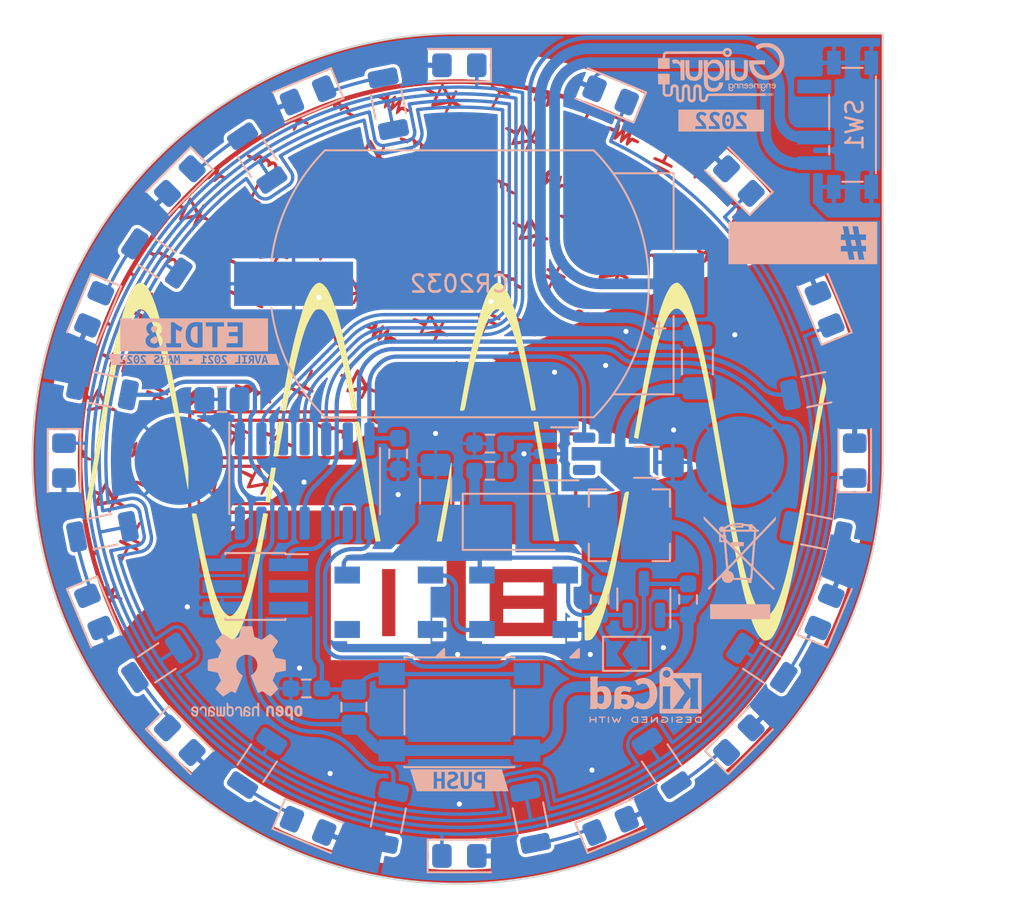
<source format=kicad_pcb>
(kicad_pcb (version 20211014) (generator pcbnew)
  (layers (0 "F.Cu" signal) (31 "B.Cu" signal) (34 "B.Paste" user) (35 "F.Paste" user) (36 "B.SilkS" user "B.Silkscreen") (37 "F.SilkS" user "F.Silkscreen") (38 "B.Mask" user) (39 "F.Mask" user) (44 "Edge.Cuts" user))
  (net 0 "")
  (net 1 "VCC")
  (net 2 "GND")
  (net 3 "+5V")
  (net 4 "/COL1")
  (net 5 "/NEO_2")
  (net 6 "/NEO_1")
  (net 7 "/COL0")
  (net 8 "/COL2")
  (net 9 "/COL3")
  (net 10 "/ROW1")
  (net 11 "/ROW2")
  (net 16 "/R1")
  (net 17 "/R2")
  (net 18 "/R3")
  (net 19 "/R0")
  (net 20 "/NEO_SIG")
  (net 21 "/SW_NODE")
  (net 22 "/FB")
  (net 23 "/5V_EN")
  (net 25 "Net-(BT1-Pad1)")
  (net 26 "/USR_BUTTON")
  (net 29 "Net-(D11-Pad1)")
  (net 30 "Net-(D12-Pad1)")
  (net 31 "Net-(D15-Pad1)")
  (net 32 "Net-(D16-Pad1)")
  (net 33 "Net-(D2-Pad1)")
  (net 34 "Net-(D3-Pad1)")
  (net 35 "Net-(D4-Pad1)")
  (net 36 "Net-(D10-Pad1)")
  (net 37 "Net-(D14-Pad1)")
  (net 38 "Net-(JP17-Pad1)")
  (net 39 "/UDPI{slash}ROW0")
  (net 40 "/ROW3")
  (footprint "badge:layers" (layer "F.Cu") (at 24.898936 24.884101)
    (fp_text reference "B1" hide)
    (fp_text value "Badge" hide)
    (fp_line (start 0 -50) (end -25 -50) (layer "Edge.Cuts") (width 0.12))
    (fp_line (start 0 -50) (end 0 -25) (layer "Edge.Cuts") (width 0.12))
    (fp_arc (start 0 -25) (mid -42.67767 -7.32233) (end -25 -50) (layer "Edge.Cuts") (width 0.12))
  )
  (footprint "badge:R_1206_3216_jumper" (layer "B.Cu") (at 11.889223 17.793423 123.75)
    (fp_text reference "JP3" hide)
    (fp_text value "0")
  )
  (footprint "Resistor_SMD:R_1206_3216Metric_Pad1.30x1.75mm_HandSolder" (layer "B.Cu") (at 14 -5.8 -90)
    (fp_text reference "JP17" hide)
    (fp_text value "0")
  )
  (footprint "guigur-lib:UDPI_connector" (layer "B.Cu") (at -12 7.4 180)
    (fp_text reference "J1" hide)
    (fp_text value "Conn_02x03_Odd_Even")
  )
  (footprint "kibuzzard-637A9899" (layer "B.Cu") (at 20.2 -12.8 180)
    (fp_text reference "kibuzzard-637A9899" hide)
    (fp_text value "G***" hide)
  )
  (footprint "badge:LED_0805_2012_badge" (layer "B.Cu") (at -16.440233 16.440233 -45)
    (fp_text reference "D15" hide)
    (fp_text value "LED")
  )
  (footprint "badge:pin_badge" (layer "B.Cu") (at -16.5 0 180)
    (fp_text reference "H2" hide)
    (fp_text value "Badge Pin Pad")
  )
  (footprint "kibuzzard-637A9AEB" (layer "B.Cu") (at -15.6 -7.4 180)
    (fp_text reference "kibuzzard-637A9AEB" hide)
    (fp_text value "G***" hide)
  )
  (footprint "badge:sk-3296s-01-l1" (layer "B.Cu") (at 23.125 -19.75 -90)
    (fp_text reference "SW1")
    (fp_text value "SK-3296S-01-L1")
  )
  (footprint "Diode_SMD:D_SMA" (layer "B.Cu") (at 3.6 3.6)
    (fp_text reference "D17" hide)
    (fp_text value "D_Schottky")
  )
  (footprint "Package_TO_SOT_SMD:SOT-23" (layer "B.Cu") (at 10.85 8.1625 90)
    (fp_text reference "Q1" hide)
    (fp_text value "BSS83P")
  )
  (footprint "badge:LED_0805_2012_badge" (layer "B.Cu") (at 23.25 0 90)
    (fp_text reference "D5" hide)
    (fp_text value "LED")
  )
  (footprint "Symbol:WEEE-Logo_4.2x6mm_SilkScreen" (layer "B.Cu") (at 16.5 6.3 180)
    (fp_text reference "LOGO4" hide)
    (fp_text value "WEEE LOGO" hide)
  )
  (footprint "badge:LED_0805_2012_badge" (layer "B.Cu") (at -23.25 0 -90)
    (fp_text reference "D13" hide)
    (fp_text value "LED")
  )
  (footprint "badge:R_1206_3216_jumper" (layer "B.Cu") (at -4.1749 20.9888 -101.25)
    (fp_text reference "R4" hide)
    (fp_text value "1k")
  )
  (footprint "Button_Switch_SMD:SW_Push_1P1T_NO_6x6mm_H9.5mm" (layer "B.Cu") (at 0 14.8 180)
    (fp_text reference "SW2" hide)
    (fp_text value "SW_Push")
  )
  (footprint "Capacitor_SMD:C_0805_2012Metric_Pad1.18x1.45mm_HandSolder" (layer "B.Cu") (at -13.9625 -3.6 180)
    (fp_text reference "C1" hide)
    (fp_text value "100n")
  )
  (footprint "Package_SO:SOIC-14_3.9x8.7mm_P1.27mm" (layer "B.Cu") (at -9.1 1.2 -90)
    (fp_text reference "U1" hide)
    (fp_text value "ATtiny424-SSU")
  )
  (footprint "badge:LED_0805_2012_badge" (layer "B.Cu") (at 21.480199 -8.89739 112.5)
    (fp_text reference "D6" hide)
    (fp_text value "LED")
  )
  (footprint "Resistor_SMD:R_0603_1608Metric_Pad0.98x0.95mm_HandSolder" (layer "B.Cu") (at -3.6 -0.4 -90)
    (fp_text reference "R9" hide)
    (fp_text value "10k")
  )
  (footprint "badge:R_1206_3216_jumper" (layer "B.Cu") (at -11.889223 -17.793423 -56.25)
    (fp_text reference "JP11" hide)
    (fp_text value "0")
  )
  (footprint "badge:LED_0805_2012_badge" (layer "B.Cu") (at 21.480199 8.89739 67.5)
    (fp_text reference "D4" hide)
    (fp_text value "LED")
  )
  (footprint "badge:R_1206_3216_jumper" (layer "B.Cu") (at 17.793458 11.889171 146.25)
    (fp_text reference "JP4" hide)
    (fp_text value "0")
  )
  (footprint "badge:pin_badge" (layer "B.Cu") (at 16.5 0 180)
    (fp_text reference "H1" hide)
    (fp_text value "Badge Pin Pad")
  )
  (footprint "badge:LED_0805_2012_badge" (layer "B.Cu") (at -21.480199 8.89739 -67.5)
    (fp_text reference "D14" hide)
    (fp_text value "LED")
  )
  (footprint "badge:R_1206_3216_jumper" (layer "B.Cu") (at -11.889171 17.793458 56.25)
    (fp_text reference "JP16" hide)
    (fp_text value "0")
  )
  (footprint "Resistor_SMD:R_1206_3216Metric_Pad1.30x1.75mm_HandSolder" (layer "B.Cu") (at 11 0.1)
    (fp_text reference "C2" hide)
    (fp_text value "22u")
  )
  (footprint "guigur-lib:kicad_design_with_7.5mm" (layer "B.Cu") (at 11 13.8 180)
    (fp_text reference "LOGO3" hide)
    (fp_text value "KiCAD LOGO Small" hide)
  )
  (footprint "badge:R_1206_3216_jumper" (layer "B.Cu") (at 20.988788 -4.174961 11.25)
    (fp_text reference "R2" hide)
    (fp_text value "1k")
  )
  (footprint "badge:R_1206_3216_jumper" (layer "B.Cu") (at -20.988788 4.174961 11.25)
    (fp_text reference "JP14" hide)
    (fp_text value "0")
  )
  (footprint "badge:LED_0805_2012_badge" (layer "B.Cu") (at -21.480199 -8.89739 -112.5)
    (fp_text reference "D12" hide)
    (fp_text value "LED")
  )
  (footprint "kibuzzard-637A9DDD" (layer "B.Cu") (at 0 18.8 180)
    (fp_text reference "kibuzzard-637A9DDD" hide)
    (fp_text value "G***" hide)
  )
  (footprint "badge:R_1206_3216_jumper" (layer "B.Cu") (at 4.174961 20.988788 101.25)
    (fp_text reference "JP2" hide)
    (fp_text value "0")
  )
  (footprint "Resistor_SMD:R_0603_1608Metric_Pad0.98x0.95mm_HandSolder" (layer "B.Cu") (at 1.8 -1 180)
    (fp_text reference "R6" hide)
    (fp_text value "10k")
  )
  (footprint "kibuzzard-637A9837" (layer "B.Cu") (at 15.4 -20 180)
    (fp_text reference "kibuzzard-637A9837" hide)
    (fp_text value "G***" hide)
  )
  (footprint "badge:LED_0805_2012_badge" (layer "B.Cu") (at -8.89739 21.480199 -22.5)
    (fp_text reference "D16" hide)
    (fp_text value "LED")
  )
  (footprint "badge:LED_0805_2012_badge" (layer "B.Cu") (at 16.440233 16.440233 45)
    (fp_text reference "D3" hide)
    (fp_text value "LED")
  )
  (footprint "Jumper:SolderJumper-2_P1.3mm_Open_TrianglePad1.0x1.5mm" (layer "B.Cu") (at 9.85 11.3625 180)
    (fp_text reference "JP18" hide)
    (fp_text value "SolderJumper_2_Open")
  )
  (footprint "badge:LED_0805_2012_badge" (layer "B.Cu") (at 16.440233 -16.440233 135)
    (fp_text reference "D7" hide)
    (fp_text value "LED")
  )
  (footprint "Inductor_SMD:L_Bourns-SRN4018" (layer "B.Cu") (at 10 3.8 180)
    (fp_text reference "L1" hide)
    (fp_text value "33u")
  )
  (footprint "badge:LED_0805_2012_badge" (layer "B.Cu") (at -8.89739 -21.480199 -157.5)
    (fp_text reference "D10" hide)
    (fp_text value "LED")
  )
  (footprint "badge:LED_0805_2012_badge" (layer "B.Cu") (at 8.89739 -21.480199 157.5)
    (fp_text reference "D8" hide)
    (fp_text value "LED")
  )
  (footprint "Symbol:OSHW-Logo2_7.3x6mm_SilkScreen" (layer "B.Cu") (at -12.5 12.5 180)
    (fp_text reference "LOGO1" hide)
    (fp_text value "Logo_Open_Hardware_Small" hide)
  )
  (footprint "badge:R_1206_3216_jumper" (layer "B.Cu") (at -17.793423 11.889223 33.75)
    (fp_text reference "JP15" hide)
    (fp_text value "0")
  )
  (footprint "Capacitor_SMD:C_0805_2012Metric_Pad1.18x1.45mm_HandSolder" (layer "B.Cu") (at -6.2 14.5 90)
    (fp_text reference "C5" hide)
    (fp_text value "100n")
  )
  (footprint "badge:R_1206_3216_jumper" (layer "B.Cu") (at -20.9888 -4.1749 168.75)
    (fp_text reference "R3" hide)
    (fp_text value "1k")
  )
  (footprint "badge:cr_2032_holder_S8421-45R" (layer "B.Cu") (at 0 -10.4)
    (fp_text reference "BT1" hide)
    (fp_text value "Battery_Cell")
  )
  (footprint "badge:LED_WS2812B_PLCC4_5.0x5.0mm_P3.2mm" (layer "B.Cu") (at 7.23 11.78 180)
    (fp_text reference "D18" hide)
    (fp_text value "WS2812B")
  )
  (footprint "badge:R_1206_3216_jumper" (layer "B.Cu") (at -17.793458 -11.889171 -33.75)
    (fp_text reference "JP12" hide)
    (fp_text value "0")
  )
  (footprint "Package_TO_SOT_SMD:SOT-23-6" (layer "B.Cu") (at 6.2 -0.4)
    (fp_text reference "U2" hide)
    (fp_text value "MT3608")
  )
  (footprint "badge:R_1206_3216_jumper" (layer "B.Cu") (at -4.174961 -20.988788 -78.75)
    (fp_text reference "JP10" hide)
    (fp_text value "0")
  )
  (footprint "badge:LED_0805_2012_badge" (layer "B.Cu") (at 0 23.25)
    (fp_text reference "D1" hide)
    (fp_text value "LED")
  )
  (footprint "badge:LED_0805_2012_badge" (layer "B.Cu") (at 0 -23.25 180)
    (fp_text reference "D9" hide)
    (fp_text value "LED")
  )
  (footprint "badge:R_1206_3216_jumper" (layer "B.Cu") (at 20.9888 4.1749 -11.25)
    (fp_text reference "R1" hide)
    (fp_text value "1k")
  )
  (footprint "Resistor_SMD:R_0603_1608Metric_Pad0.98x0.95mm_HandSolder" (layer "B.Cu") (at -9 13.4 180)
    (fp_text reference "R10" hide)
    (fp_text value "10k")
  )
  (footprint "Resistor_SMD:R_0603_1608Metric_Pad0.98x0.95mm_HandSolder" (layer "B.Cu") (at 13.45 8.1625 -90)
    (fp_text reference "R7" hide)
    (fp_text value "10k")
  )
  (footprint "guigur-lib:guigur_engineering_extra_small_logo" (layer "B.Cu") (at 15.4 -22.8 180)
    (fp_text reference "LOGO2" hide)
    (fp_text value "GUIGUR LOGO" hide)
  )
  (footprint "kibuzzard-637A9580" (layer "B.Cu") (at -15.6 -5.95 180)
    (fp_text reference "kibuzzard-637A9580" hide)
    (fp_text value "G***" hide)
  )
  (footprint "badge:LED_WS2812B_PLCC4_5.0x5.0mm_P3.2mm" (layer "B.Cu") (at -0.695 11.78 180)
    (fp_text reference "D19" hide)
    (fp_text value "WS2812B")
  )
  (footprint "Resistor_SMD:R_0603_1608Metric_Pad0.98x0.95mm_HandSolder" (layer "B.Cu") (at 1.8 0.6)
    (fp_text reference "R5" hide)
    (fp_text value "75k")
  )
  (footprint "Resistor_SMD:R_1206_3216Metric_Pad1.30x1.75mm_HandSolder" (layer "B.Cu") (at -1.4 1.8 90)
    (fp_text reference "C3" hide)
    (fp_text value "22u")
  )
  (footprint "Resistor_SMD:R_0603_1608Metric_Pad0.98x0.95mm_HandSolder" (layer "B.Cu") (at 8.25 8.1625 -90)
    (fp_text reference "R8" hide)
    (fp_text value "10k")
  )
  (footprint "badge:LED_0805_2012_badge" (layer "B.Cu") (at 8.89739 21.480199 22.5)
    (fp_text reference "D2" hide)
    (fp_text value "LED")
  )
  (footprint "badge:LED_0805_2012_badge" (layer "B.Cu") (at -16.440233 -16.440233 -135)
    (fp_text reference "D11" hide)
    (fp_text value "LED")
  )
  (segment (start 4.4625 17.05) (end 3.4875 17.05) (width 0.635) (layer "B.Cu") (net 1))
  (segment (start 5.8 14.481439) (end 5.8 15.598959) (width 0.635) (layer "B.Cu") (net 1))
  (segment (start -12.91 -0.12) (end -12.91 1.128438) (width 0.25) (layer "B.Cu") (net 1))
  (segment (start -12.91 -2.43) (end -12.91 -0.12) (width 0.25) (layer "B.Cu") (net 1))
  (segment (start 12.737589 11.80241) (end 12.3475 12.1925) (width 0.635) (layer "B.Cu") (net 1))
  (segment (start -12.808161 4.992746) (end -12.989739 4.992746) (width 0.25) (layer "B.Cu") (net 1))
  (segment (start 11.8125 9.0875) (end 11.8 9.1) (width 0.2) (layer "B.Cu") (net 1))
  (segment (start -4.939406 16.798093) (end -6.18125 15.55625) (width 0.635) (layer "B.Cu") (net 1))
  (segment (start 13.792201 4.392201) (end 13.9 4.5) (width 0.635) (layer "B.Cu") (net 1))
  (segment (start 9.45 -1.177207) (end 9.45 0.1) (width 0.635) (layer "B.Cu") (net 1))
  (segment (start -12.426195 4.823804) (end -12.444506 4.842115) (width 0.25) (layer "B.Cu") (net 1))
  (segment (start 12.362502 3.8) (end 11.525 3.8) (width 0.635) (layer "B.Cu") (net 1))
  (segment (start -11 4.596428) (end -11 2.681906) (width 0.25) (layer "B.Cu") (net 1))
  (segment (start -6.264016 15.5) (end -8.285786 15.5) (width 0.25) (layer "B.Cu") (net 1))
  (segment (start -12.257254 4.415943) (end -12.257254 2.704307) (width 0.25) (layer "B.Cu") (net 1))
  (segment (start -11.43916 2.242746) (end -11.795692 2.242746) (width 0.25) (layer "B.Cu") (net 1))
  (segment (start 14.6 7.111827) (end 14.6 6.189949) (width 0.635) (layer "B.Cu") (net 1))
  (segment (start -12.9175 -3.5925) (end -12.925 -3.6) (width 0.25) (layer "B.Cu") (net 1))
  (segment (start 12.522792 -4.25) (end 14 -4.25) (width 0.635) (layer "B.Cu") (net 1))
  (segment (start -13.95 5.89) (end -13.95 6.13) (width 0.25) (layer "B.Cu") (net 1))
  (segment (start 13.45 9.8875) (end 13.45 10.0825) (width 0.635) (layer "B.Cu") (net 1))
  (segment (start 12.6375 9.075) (end 11.842677 9.075) (width 0.2) (layer "B.Cu") (net 1))
  (segment (start -11.7 12.085786) (end -11.7 6.124974) (width 0.25) (layer "B.Cu") (net 1))
  (segment (start -6.21875 15.51875) (end -6.18125 15.55625) (width 0.25) (layer "B.Cu") (net 1))
  (segment (start -12.91 -3.574393) (end -12.91 -2.43) (width 0.25) (layer "B.Cu") (net 1))
  (segment (start -13.507004 5.207004) (end -13.780294 5.480294) (width 0.25) (layer "B.Cu") (net 1))
  (segment (start 9.685829 13.295) (end 6.986439 13.295) (width 0.635) (layer "B.Cu") (net 1))
  (segment (start 3.4875 17.05) (end -3.61875 17.05) (width 0.635) (layer "B.Cu") (net 1))
  (segment (start 5.374999 16.624999) (end 5.294714 16.705285) (width 0.635) (layer "B.Cu") (net 1))
  (segment (start -11.35 5.28) (end -11.235871 5.165871) (width 0.25) (layer "B.Cu") (net 1))
  (segment (start -3.61875 17.05) (end -4.33125 17.05) (width 0.635) (layer "B.Cu") (net 1))
  (segment (start 14.024524 8.500475) (end 14.025 8.5) (width 0.635) (layer "B.Cu") (net 1))
  (arc (start 14.6 7.111827) (mid 14.450562 7.8631) (end 14.025 8.5) (width 0.635) (layer "B.Cu") (net 1))
  (arc (start 5.294714 16.705285) (mid 4.912891 16.960411) (end 4.4625 17.05) (width 0.635) (layer "B.Cu") (net 1))
  (arc (start -11.128627 2.371373) (mid -11.033429 2.513846) (end -11 2.681906) (width 0.25) (layer "B.Cu") (net 1))
  (arc (start -4.939406 16.798093) (mid -4.660381 16.984531) (end -4.33125 17.05) (width 0.635) (layer "B.Cu") (net 1))
  (arc (start -11.35 5.28) (mid -11.609037 5.667677) (end -11.7 6.124974) (width 0.25) (layer "B.Cu") (net 1))
  (arc (start -13.780294 5.480294) (mid -13.905894 5.668268) (end -13.95 5.89) (width 0.25) (layer "B.Cu") (net 1))
  (arc (start 6.1475 13.6425) (mid 5.890312 14.027408) (end 5.8 14.481439) (width 0.635) (layer "B.Cu") (net 1))
  (arc (start 10.35 -3.35) (mid 9.683902 -2.353114) (end 9.45 -1.177207) (width 0.635) (layer "B.Cu") (net 1))
  (arc (start 11.842677 9.075) (mid 11.826345 9.078248) (end 11.8125 9.0875) (width 0.2) (layer "B.Cu") (net 1))
  (arc (start -12.257254 2.704307) (mid -12.342075 2.27788) (end -12.583627 1.916373) (width 0.25) (layer "B.Cu") (net 1))
  (arc (start -12.257254 4.415943) (mid -12.30116 4.636676) (end -12.426195 4.823804) (width 0.25) (layer "B.Cu") (net 1))
  (arc (start -6.21875 15.51875) (mid -6.239518 15.504872) (end -6.264016 15.5) (width 0.25) (layer "B.Cu") (net 1))
  (arc (start -12.444506 4.842115) (mid -12.611352 4.953598) (end -12.808161 4.992746) (width 0.25) (layer "B.Cu") (net 1))
  (arc (start -12.583627 1.916373) (mid -12.222119 2.157924) (end -11.795692 2.242746) (width 0.25) (layer "B.Cu") (net 1))
  (arc (start 5.8 15.598959) (mid 5.689545 16.154248) (end 5.374999 16.624999) (width 0.635) (layer "B.Cu") (net 1))
  (arc (start 13.792201 4.392201) (mid 13.13625 3.953908) (end 12.362502 3.8) (width 0.635) (layer "B.Cu") (net 1))
  (arc (start 6.986439 13.295) (mid 6.532408 13.385312) (end 6.1475 13.6425) (width 0.635) (layer "B.Cu") (net 1))
  (arc (start -11.795692 2.242746) (mid -12.122065 2.377934) (end -12.257254 2.704307) (width 0.25) (layer "B.Cu") (net 1))
  (arc (start 12.6375 9.075) (mid 13.388152 8.925685) (end 14.024524 8.500475) (width 0.2) (layer "B.Cu") (net 1))
  (arc (start -10.7 14.5) (mid -9.592349 15.240108) (end -8.285786 15.5) (width 0.25) (layer "B.Cu") (net 1))
  (arc (start -12.9175 -3.5925) (mid -12.911949 -3.584192) (end -12.91 -3.574393) (width 0.25) (layer "B.Cu") (net 1))
  (arc (start 12.3475 12.1925) (mid 11.126315 13.008469) (end 9.685829 13.295) (width 0.635) (layer "B.Cu") (net 1))
  (arc (start 12.522792 -4.25) (mid 11.346885 -4.016097) (end 10.35 -3.35) (width 0.635) (layer "B.Cu") (net 1))
  (arc (start -11.7 12.085786) (mid -11.440108 13.392349) (end -10.7 14.5) (width 0.25) (layer "B.Cu") (net 1))
  (arc (start 13.45 10.0825) (mid 13.26485 11.013308) (end 12.737589 11.80241) (width 0.635) (layer "B.Cu") (net 1))
  (arc (start 13.9 4.5) (mid 14.418075 5.275355) (end 14.6 6.189949) (width 0.635) (layer "B.Cu") (net 1))
  (arc (start -11.128627 2.371373) (mid -11.2711 2.276175) (end -11.43916 2.242746) (width 0.25) (layer "B.Cu") (net 1))
  (arc (start 14.024524 8.500475) (mid 13.599313 9.136847) (end 13.45 9.8875) (width 0.635) (layer "B.Cu") (net 1))
  (arc (start -12.91 1.128438) (mid -12.825178 1.554865) (end -12.583627 1.916373) (width 0.25) (layer "B.Cu") (net 1))
  (arc (start -11 4.596428) (mid -11.061301 4.904608) (end -11.235871 5.165871) (width 0.25) (layer "B.Cu") (net 1))
  (arc (start -12.989739 4.992746) (mid -13.269681 5.04843) (end -13.507004 5.207004) (width 0.25) (layer "B.Cu") (net 1))
  (via (at -7.6 18.4) (size 0.6) (drill 0.3) (layers "F.Cu" "B.Cu") (net 2))
  (via (at 16.2 -7.4) (size 0.6) (drill 0.3) (layers "F.Cu" "B.Cu") (net 2))
  (via (at 8.6 -5.6) (size 0.6) (drill 0.3) (layers "F.Cu" "B.Cu") (net 2))
  (via (at 12 11) (size 0.6) (drill 0.3) (layers "F.Cu" "B.Cu") (net 2))
  (via (at -9.134518 1.265482) (size 0.6) (drill 0.3) (layers "F.Cu" "B.Cu") (net 2))
  (via (at -16 8.6) (size 0.6) (drill 0.3) (layers "F.Cu" "B.Cu") (net 2))
  (via (at -0.1 11.4) (size 0.6) (drill 0.3) (layers "F.Cu" "B.Cu") (net 2))
  (via (at -1.4 -1.6) (size 0.6) (drill 0.3) (layers "F.Cu" "B.Cu") (net 2))
  (via (at 5.6 -5.2) (size 0.6) (drill 0.3) (layers "F.Cu" "B.Cu") (net 2))
  (via (at -8.25 -9.6) (size 0.6) (drill 0.3) (layers "F.Cu" "B.Cu") (net 2))
  (via (at 0.00002 20.198624) (size 0.6) (drill 0.3) (layers "F.Cu" "B.Cu") (net 2))
  (via (at -3.6 2) (size 0.6) (drill 0.3) (layers "F.Cu" "B.Cu") (net 2))
  (via (at 3.8 -0.4) (size 0.6) (drill 0.3) (layers "F.Cu" "B.Cu") (net 2))
  (via (at 9.8 -7.6) (size 0.6) (drill 0.3) (layers "F.Cu" "B.Cu") (net 2))
  (via (at -9.4 12.2) (size 0.6) (drill 0.3) (layers "F.Cu" "B.Cu") (net 2))
  (via (at 1.85 -9.35) (size 0.6) (drill 0.3) (layers "F.Cu" "B.Cu") (net 2))
  (via (at 7.7 11.4) (size 0.6) (drill 0.3) (layers "F.Cu" "B.Cu") (net 2))
  (via (at 12.6 -1.8) (size 0.6) (drill 0.3) (layers "F.Cu" "B.Cu") (net 2))
  (via (at 7.8 18.2) (size 0.6) (drill 0.3) (layers "F.Cu" "B.Cu") (net 2))
  (segment (start 5.160706 -23.848794) (end 5.052481 -23.740569) (width 0.25) (layer "B.Cu") (net 2))
  (segment (start 4.132999 -21.520742) (end 4.132999 -21.295456) (width 0.25) (layer "B.Cu") (net 2))
  (segment (start -0.1 11.4) (end -0.099999 10.599619) (width 0.25) (layer "B.Cu") (net 2))
  (segment (start 7.7 11.4) (end 7.7 10.20253) (width 0.25) (layer "B.Cu") (net 2))
  (segment (start 20.118696 -23.4) (end 22.025 -23.4) (width 0.25) (layer "B.Cu") (net 2))
  (segment (start -0.769619 9.93) (end -1.695 9.93) (width 0.25) (layer "B.Cu") (net 2))
  (segment (start 4.892677 -9.012832) (end 5.407476 -8.498033) (width 0.25) (layer "B.Cu") (net 2))
  (segment (start 4.132999 -21.295456) (end 4.132999 -10.846858) (width 0.25) (layer "B.Cu") (net 2))
  (segment (start 7.575518 -7.6) (end 10 -7.6) (width 0.25) (layer "B.Cu") (net 2))
  (segment (start 7.452469 9.955) (end 6.205 9.955) (width 0.25) (layer "B.Cu") (net 2))
  (segment (start 7.641811 -24.876502) (end 16.554105 -24.876502) (width 0.25) (layer "B.Cu") (net 2))
  (arc (start 7.6275 10.0275) (mid 7.547195 9.973842) (end 7.452469 9.955) (width 0.25) (layer "B.Cu") (net 2))
  (arc (start -0.296127 10.126127) (mid -0.150971 10.343367) (end -0.099999 10.599619) (width 0.25) (layer "B.Cu") (net 2))
  (arc (start 5.407476 -8.498033) (mid 6.402182 -7.833391) (end 7.575518 -7.6) (width 0.25) (layer "B.Cu") (net 2))
  (arc (start 18.336401 -24.138251) (mid 17.518676 -24.684636) (end 16.554105 -24.876502) (width 0.25) (layer "B.Cu") (net 2))
  (arc (start 5.052481 -23.740569) (mid 4.371964 -22.722104) (end 4.132999 -21.520742) (width 0.25) (layer "B.Cu") (net 2))
  (arc (start 4.132999 -10.846858) (mid 4.330433 -9.85429) (end 4.892677 -9.012832) (width 0.25) (layer "B.Cu") (net 2))
  (arc (start 7.6275 10.0275) (mid 7.681157 10.107804) (end 7.7 10.20253) (width 0.25) (layer "B.Cu") (net 2))
  (arc (start -0.296127 10.126127) (mid -0.513367 9.980971) (end -0.769619 9.93) (width 0.25) (layer "B.Cu") (net 2))
  (arc (start 7.641811 -24.876502) (mid 6.299046 -24.609409) (end 5.160706 -23.848794) (width 0.25) (layer "B.Cu") (net 2))
  (arc (start 18.336401 -24.138251) (mid 19.154125 -23.591865) (end 20.118696 -23.4) (width 0.25) (layer "B.Cu") (net 2))
  (segment (start 1.191464 5.705) (end -6.39 5.705) (width 0.25) (layer "B.Cu") (net 3))
  (segment (start 0.8875 2.383686) (end 0.8875 0.6) (width 0.635) (layer "B.Cu") (net 3))
  (segment (start -6.8 6.380043) (end -6.8 6.115) (width 0.25) (layer "B.Cu") (net 3))
  (segment (start 8.25 7.06) (end 8.25 7.25) (width 0.25) (layer "B.Cu") (net 3))
  (segment (start 1.24375 3.24375) (end 1.6 3.6) (width 0.635) (layer "B.Cu") (net 3))
  (segment (start 1.2 5.713535) (end 1.2 6.575753) (width 0.25) (layer "B.Cu") (net 3))
  (segment (start 1.198535 5.705) (end 6.26122 5.705) (width 0.25) (layer "B.Cu") (net 3))
  (segment (start 8.115649 6.735649) (end 7.6675 6.2875) (width 0.25) (layer "B.Cu") (net 3))
  (segment (start 1.191464 5.705) (end 1.198535 5.705) (width 0.25) (layer "B.Cu") (net 3))
  (segment (start 1.2525 6.7025) (end 1.305 6.755) (width 0.25) (layer "B.Cu") (net 3))
  (segment (start -6.6975 6.6275) (end -6.595 6.73) (width 0.25) (layer "B.Cu") (net 3))
  (arc (start 1.2 6.575753) (mid 1.213644 6.644348) (end 1.2525 6.7025) (width 0.25) (layer "B.Cu") (net 3))
  (arc (start 1.1975 5.7075) (mid 1.19935 5.710268) (end 1.2 5.713535) (width 0.25) (layer "B.Cu") (net 3))
  (arc (start -6.39 5.705) (mid -6.679913 5.825086) (end -6.8 6.115) (width 0.25) (layer "B.Cu") (net 3))
  (arc (start 1.1975 5.7075) (mid 1.19473 5.705649) (end 1.191464 5.705) (width 0.25) (layer "B.Cu") (net 3))
  (arc (start 7.6675 6.2875) (mid 7.022293 5.856386) (end 6.26122 5.705) (width 0.25) (layer "B.Cu") (net 3))
  (arc (start 1.198535 5.705) (mid 1.197182 5.705904) (end 1.1975 5.7075) (width 0.25) (layer "B.Cu") (net 3))
  (arc (start 8.115649 6.735649) (mid 8.215083 6.884462) (end 8.25 7.06) (width 0.25) (layer "B.Cu") (net 3))
  (arc (start -6.8 6.380043) (mid -6.773361 6.513965) (end -6.6975 6.6275) (width 0.25) (layer "B.Cu") (net 3))
  (arc (start 0.8875 2.383686) (mid 0.980086 2.849149) (end 1.24375 3.24375) (width 0.635) (layer "B.Cu") (net 3))
  (segment (start 2.405346 -21.437115) (end 2.634457 -21.411408) (width 0.2) (layer "B.Cu") (net 4))
  (segment (start -21.348301 -3.096299) (end -21.315434 -3.32291) (width 0.2) (layer "B.Cu") (net 4))
  (segment (start -3.872571 -19.455801) (end -3.872571 -19.468571) (width 0.2) (layer "B.Cu") (net 4))
  (segment (start -6.136552 -6.960358) (end -8.137658 -4.959253) (width 0.2) (layer "B.Cu") (net 4))
  (segment (start 3.327999 -21.302727) (end 3.327999 -9.639359) (width 0.2) (layer "B.Cu") (net 4))
  (segment (start 1.493639 -7.805) (end -4.097406 -7.805) (width 0.2) (layer "B.Cu") (net 4))
  (segment (start 20.371624 -7.1017) (end 20.291565 -7.327508) (width 0.2) (layer "B.Cu") (net 4))
  (segment (start -19.468571 3.872571) (end -21.144138 4.205862) (width 0.2) (layer "B.Cu") (net 4))
  (segment (start -21.007355 -4.901698) (end -21.059743 -4.67718) (width 0.2) (layer "B.Cu") (net 4))
  (segment (start -9.1 -2.635956) (end -9.1 -1.275) (width 0.2) (layer "B.Cu") (net 4))
  (segment (start -3.32291 21.315434) (end -3.096299 21.348302) (width 0.2) (layer "B.Cu") (net 4))
  (segment (start 21.243048 3.764319) (end 21.241145 3.774738) (width 0.2) (layer "B.Cu") (net 4))
  (segment (start 20.594118 -6.4184) (end 20.522902 -6.647143) (width 0.2) (layer "B.Cu") (net 4))
  (segment (start 3.091563 -21.351421) (end 3.31365 -21.318029) (width 0.2) (layer "B.Cu") (net 4))
  (segment (start 21.87245 -7.950413) (end 20.291564 -7.32755) (width 0.2) (layer "B.Cu") (net 4))
  (segment (start 3.872571 19.468571) (end 4.204203 21.135797) (width 0.2) (layer "B.Cu") (net 4))
  (segment (start -21.156364 -4.224792) (end -21.156066 -4.226329) (width 0.2) (layer "B.Cu") (net 4))
  (segment (start 21.31995 3.291462) (end 21.353803 3.054293) (width 0.2) (layer "B.Cu") (net 4))
  (segment (start -4.6726 21.060775) (end -4.895607 21.008809) (width 0.2) (layer "B.Cu") (net 4))
  (segment (start -3.871928 -19.455046) (end -4.208175 -21.145471) (width 0.2) (layer "B.Cu") (net 4))
  (segment (start 21.060775 4.6726) (end 21.008809 4.895607) (width 0.2) (layer "B.Cu") (net 4))
  (arc (start 1.47084 21.52147) (mid 1.013707 21.547841) (end 0.556117 21.564503) (width 0.2) (layer "B.Cu") (net 4))
  (arc (start 2.382912 21.439654) (mid 1.92731 21.485402) (end 1.47084 21.52147) (width 0.2) (layer "B.Cu") (net 4))
  (arc (start -20.512111 -6.677495) (mid -20.650127 -6.237617) (end -20.778713 -5.79489) (width 0.2) (layer "B.Cu") (net 4))
  (arc (start -5.815354 -20.772994) (mid -6.257955 -20.643973) (end -6.697697 -20.505523) (width 0.2) (layer "B.Cu") (net 4))
  (arc (start -19.867049 -8.404522) (mid -20.04212 -7.978034) (end -20.208038 -7.547902) (width 0.2) (layer "B.Cu") (net 4))
  (arc (start -17.085336 -13.169166) (mid -17.362865 -12.801037) (end -17.632464 -12.427062) (width 0.2) (layer "B.Cu") (net 4))
  (arc (start -19.489767 -9.245788) (mid -19.682903 -8.827171) (end -19.867049 -8.404522) (width 0.2) (layer "B.Cu") (net 4))
  (arc (start 17.127318 13.114572) (mid 16.845098 13.475151) (end 16.555288 13.829659) (width 0.2) (layer "B.Cu") (net 4))
  (arc (start -7.567806 -20.200593) (mid -7.997774 -20.034252) (end -8.424089 -19.85876) (width 0.2) (layer "B.Cu") (net 4))
  (arc (start 21.501391 -1.724352) (mid 21.534389 -1.246425) (end 21.556781 -0.767884) (width 0.2) (layer "B.Cu") (net 4))
  (arc (start 6.846319 20.456416) (mid 6.410581 20.597123) (end 5.971955 20.72855) (width 0.2) (layer "B.Cu") (net 4))
  (arc (start -15.260964 -15.245938) (mid -15.583291 -14.916322) (end -15.898501 -14.579894) (width 0.2) (layer "B.Cu") (net 4))
  (arc (start -15.820462 14.664585) (mid -15.505636 14.997076) (end -15.183825 15.32281) (width 0.2) (layer "B.Cu") (net 4))
  (arc (start -14.519824 15.953424) (mid -14.177935 16.258019) (end -13.829659 16.555289) (width 0.2) (layer "B.Cu") (net 4))
  (arc (start -4.097406 -7.805) (mid -5.200984 -7.585485) (end -6.136552 -6.960358) (width 0.2) (layer "B.Cu") (net 4))
  (arc (start -9.211848 19.505869) (mid -8.795753 19.696999) (end -8.375695 19.879255) (width 0.2) (layer "B.Cu") (net 4))
  (arc (start 21.263722 -3.625218) (mid 21.338937 -3.152095) (end 21.403641 -2.677421) (width 0.2) (layer "B.Cu") (net 4))
  (arc (start -18.071226 11.779977) (mid -17.81712 12.160891) (end -17.554987 12.536327) (width 0.2) (layer "B.Cu") (net 4))
  (arc (start 19.505868 9.211848) (mid 19.305949 9.623792) (end 19.097331 10.0314) (width 0.2) (layer "B.Cu") (net 4))
  (arc (start 3.31365 -21.318029) (mid 3.319123 -21.316286) (end 3.323777 -21.31292) (width 0.2) (layer "B.Cu") (net 4))
  (arc (start -2.187462 21.460477) (mid -1.731462 21.502071) (end -1.274683 21.533978) (width 0.2) (layer "B.Cu") (net 4))
  (arc (start -18.147381 -11.662255) (mid -18.392465 -11.271773) (end -18.629148 -10.876143) (width 0.2) (layer "B.Cu") (net 4))
  (arc (start 21.156372 4.224793) (mid 21.110658 4.449141) (end 21.060775 4.6726) (width 0.2) (layer "B.Cu") (net 4))
  (arc (start -3.872198 -19.454902) (mid -3.872009 -19.454874) (end -3.871928 -19.455046) (width 0.2) (layer "B.Cu") (net 4))
  (arc (start -20.72855 5.971955) (mid -20.597123 6.410581) (end -20.456416 6.846319) (width 0.2) (layer "B.Cu") (net 4))
  (arc (start -18.629148 -10.876143) (mid -18.857322 -10.475545) (end -19.076883 -10.070164) (width 0.2) (layer "B.Cu") (net 4))
  (arc (start -1.277143 -21.5338) (mid -1.737038 -21.501589) (end -2.196141 -21.459557) (width 0.2) (layer "B.Cu") (net 4))
  (arc (start 2.790727 -8.342271) (mid 2.195618 -7.944632) (end 1.493639 -7.805) (width 0.2) (layer "B.Cu") (net 4))
  (arc (start -20.96333 5.086829) (mid -20.850637 5.530638) (end -20.72855 5.971955) (width 0.2) (layer "B.Cu") (net 4))
  (arc (start 14.664585 15.820462) (mid 14.325485 16.128159) (end 13.979932 16.428589) (width 0.2) (layer "B.Cu") (net 4))
  (arc (start 21.468112 2.103068) (mid 21.416232 2.579314) (end 21.353803 3.054293) (width 0.2) (layer "B.Cu") (net 4))
  (arc (start -7.524449 20.216818) (mid -7.093644 20.371973) (end -6.659643 20.517949) (width 0.2) (layer "B.Cu") (net 4))
  (arc (start -20.456416 6.846319) (mid -20.306491 7.278971) (end -20.147418 7.708344) (width 0.2) (layer "B.Cu") (net 4))
  (arc (start -21.156364 -4.224792) (mid -21.199411 -3.999888) (end -21.241283 -3.774764) (width 0.2) (layer "B.Cu") (net 4))
  (arc (start -19.005136 10.204992) (mid -18.784249 10.606084) (end -18.554899 11.002398) (width 0.2) (layer "B.Cu") (net 4))
  (arc (start -13.114572 17.127319) (mid -12.748083 17.401822) (end -12.375851 17.668485) (width 0.2) (layer "B.Cu") (net 4))
  (arc (start -8.375695 19.879255) (mid -7.951863 20.052554) (end -7.524449 20.216818) (width 0.2) (layer "B.Cu") (net 4))
  (arc (start -16.506995 -13.887215) (mid -16.800002 -13.53128) (end -17.085336 -13.169166) (width 0.2) (layer "B.Cu") (net 4))
  (arc (start -21.348301 -3.096299) (mid -21.409212 -2.642476) (end -21.460477 -2.187462) (width 0.2) (layer "B.Cu") (net 4))
  (arc (start 20.594118 -6.4184) (mid 20.731447 -5.959441) (end 20.858563 -5.49755) (width 0.2) (layer "B.Cu") (net 4))
  (arc (start 13.979932 16.428589) (mid 13.628078 16.721617) (end 13.270085 17.007112) (width 0.2) (layer "B.Cu") (net 4))
  (arc (start -9.264982 -19.480651) (mid -9.679176 -19.278204) (end -10.088951 -19.066953) (width 0.2) (layer "B.Cu") (net 4))
  (arc (start -19.076883 -10.070164) (mid -19.287729 -9.660182) (end -19.489767 -9.245788) (width 0.2) (layer "B.Cu") (net 4))
  (arc (start -13.18599 -17.072355) (mid -13.547823 -16.786665) (end -13.903468 -16.493308) (width 0.2) (layer "B.Cu") (net 4))
  (arc (start -21.568675 -0.359606) (mid -21.571448 0.098277) (end -21.564503 0.556117) (width 0.2) (layer "B.Cu") (net 4))
  (arc (start -21.319203 3.29069) (mid -21.244553 3.742456) (end -21.160333 4.192537) (width 0.2) (layer "B.Cu") (net 4))
  (arc (start -2.196141 -21.459557) (mid -2.65424 -21.407723) (end -3.111127 -21.346113) (width 0.2) (layer "B.Cu") (net 4))
  (arc (start -17.554987 12.536327) (mid -17.284943 12.906114) (end -17.007112 13.270086) (width 0.2) (layer "B.Cu") (net 4))
  (arc (start 0.566169 -21.564209) (mid 1.026877 -21.547184) (end 1.487116 -21.520319) (width 0.2) (layer "B.Cu") (net 4))
  (arc (start -10.088951 -19.066953) (mid -10.494116 -18.846993) (end -10.894489 -18.618425) (width 0.2) (layer "B.Cu") (net 4))
  (arc (start 11.002398 18.554899) (mid 10.606084 18.784249) (end 10.204992 19.005136) (width 0.2) (layer "B.Cu") (net 4))
  (arc (start -15.183825 15.32281) (mid -14.855171 15.641641) (end -14.519824 15.953424) (width 0.2) (layer "B.Cu") (net 4))
  (arc (start -12.375851 17.668485) (mid -11.998043 17.927187) (end -11.614829 18.177811) (width 0.2) (layer "B.Cu") (net 4))
  (arc (start 16.555288 13.829659) (mid 16.258018 14.177936) (end 15.953424 14.519825) (width 0.2) (layer "B.Cu") (net 4))
  (arc (start -21.439654 2.382912) (mid -21.384246 2.83744) (end -21.319203 3.29069) (width 0.2) (layer "B.Cu") (net 4))
  (arc (start -19.802113 8.556481) (mid -19.616037 8.97486) (end -19.421124 9.389196) (width 0.2) (layer "B.Cu") (net 4))
  (arc (start -11.614829 18.177811) (mid -11.226381 18.420245) (end -10.832875 18.654379) (width 0.2) (layer "B.Cu") (net 4))
  (arc (start 19.879255 8.375694) (mid 19.696999 8.795752) (end 19.505868 9.211848) (width 0.2) (layer "B.Cu") (net 4))
  (arc (start 21.540124 1.147709) (mid 21.509415 1.625788) (end 21.468112 2.103068) (width 0.2) (layer "B.Cu") (net 4))
  (arc (start 21.008809 4.895607) (mid 20.900165 5.340424) (end 20.782104 5.782835) (width 0.2) (layer "B.Cu") (net 4))
  (arc (start 5.08683 20.96333) (mid 4.640729 21.066577) (end 4.192537 21.160333) (width 0.2) (layer "B.Cu") (net 4))
  (arc (start 20.517948 6.659643) (mid 20.371972 7.093643) (end 20.216818 7.524448) (width 0.2) (layer "B.Cu") (net 4))
  (arc (start -21.533979 -1.274682) (mid -21.556183 -0.817328) (end -21.568675 -0.359606) (width 0.2) (layer "B.Cu") (net 4))
  (arc (start -3.774764 21.241283) (mid -3.549182 21.280462) (end -3.32291 21.315434) (width 0.2) (layer "B.Cu") (net 4))
  (arc (start 20.371624 -7.1017) (mid 20.449472 -6.875157) (end 20.522902 -6.647143) (width 0.2) (layer "B.Cu") (net 4))
  (arc (start -3.872571 -19.455801) (mid -3.872474 -19.455314) (end -3.872198 -19.454902) (width 0.2) (layer "B.Cu") (net 4))
  (arc (start 21.403641 -2.677421) (mid 21.457801 -2.201428) (end 21.501391 -1.724352) (width 0.2) (layer "B.Cu") (net 4))
  (arc (start -4.020431 -21.193673) (mid -4.472431 -21.102914) (end -4.922389 -21.002517) (width 0.2) (layer "B.Cu") (net 4))
  (arc (start -18.554899 11.002398) (mid -18.317189 11.393754) (end -18.071226 11.779977) (width 0.2) (layer "B.Cu") (net 4))
  (arc (start 18.177811 11.614828) (mid 17.927186 11.998043) (end 17.668484 12.375852) (width 0.2) (layer "B.Cu") (net 4))
  (arc (start 5.971955 20.72855) (mid 5.530638 20.850637) (end 5.08683 20.96333) (width 0.2) (layer "B.Cu") (net 4))
  (arc (start 15.322811 15.183824) (mid 14.997076 15.505636) (end 14.664585 15.820462) (width 0.2) (layer "B.Cu") (net 4))
  (arc (start 21.556781 -0.767884) (mid 21.568553 -0.288965) (end 21.5697 0.190097) (width 0.2) (layer "B.Cu") (net 4))
  (arc (start -21.460477 -2.187462) (mid -21.502071 -1.731462) (end -21.533979 -1.274682) (width 0.2) (layer "B.Cu") (net 4))
  (arc (start 0.566169 -21.564209) (mid 0.105202 -21.571383) (end -0.355812 -21.568705) (width 0.2) (layer "B.Cu") (net 4))
  (arc (start -4.224793 21.156372) (mid -3.999889 21.199413) (end -3.774764 21.241283) (width 0.2) (layer "B.Cu") (net 4))
  (arc (start 8.55648 19.802113) (mid 8.134244 19.979266) (end 7.708344 20.147418) (width 0.2) (layer "B.Cu") (net 4))
  (arc (start 9.389196 19.421124) (mid 8.97486 19.616037) (end 8.55648 19.802113) (width 0.2) (layer "B.Cu") (net 4))
  (arc (start -6.697697 -20.505523) (mid -7.134381 -20.357707) (end -7.567806 -20.200593) (width 0.2) (layer "B.Cu") (net 4))
  (arc (start 11.779977 18.071226) (mid 11.393754 18.317189) (end 11.002398 18.554899) (width 0.2) (layer "B.Cu") (net 4))
  (arc (start -17.632464 -12.427062) (mid -17.894009 -12.047409) (end -18.147381 -11.662255) (width 0.2) (layer "B.Cu") (net 4))
  (arc (start 21.31995 3.291462) (mid 21.283798 3.528264) (end 21.243048 3.764319) (width 0.2) (layer "B.Cu") (net 4))
  (arc (start -1.274683 21.533978) (mid -0.817328 21.556183) (end -0.359606 21.568675) (width 0.2) (layer "B.Cu") (net 4))
  (arc (start -20.208038 -7.547902) (mid -20.364725 -7.114323) (end -20.512111 -6.677495) (width 0.2) (layer "B.Cu") (net 4))
  (arc (start 20.216818 7.524448) (mid 20.052554 7.951862) (end 19.879255 8.375694) (width 0.2) (layer "B.Cu") (net 4))
  (arc (start -14.595548 -15.884131) (mid -14.931666 -15.56859) (end -15.260964 -15.245938) (width 0.2) (layer "B.Cu") (net 4))
  (arc (start -16.428589 13.979932) (mid -16.128159 14.325485) (end -15.820462 14.664585) (width 0.2) (layer "B.Cu") (net 4))
  (arc (start -0.355812 -21.568705) (mid -0.816664 -21.556175) (end -1.277143 -21.5338) (width 0.2) (layer "B.Cu") (net 4))
  (arc (start 3.323777 -21.31292) (mid 3.326901 -21.308243) (end 3.327999 -21.302727) (width 0.2) (layer "B.Cu") (net 4))
  (arc (start -21.52147 1.47084) (mid -21.485402 1.92731) (end -21.439654 2.382912) (width 0.2) (layer "B.Cu") (net 4))
  (arc (start -21.160333 4.192537) (mid -21.066577 4.640728) (end -20.96333 5.086829) (width 0.2) (layer "B.Cu") (net 4))
  (arc (start -13.829659 16.555289) (mid -13.475151 16.845099) (end -13.114572 17.127319) (width 0.2) (layer "B.Cu") (net 4))
  (arc (start -11.680126 -18.135884) (mid -12.06503 -17.882133) (end -12.444425 -17.620214) (width 0.2) (layer "B.Cu") (net 4))
  (arc (start -10.832875 18.654379) (mid -10.434488 18.880109) (end -10.0314 19.097332) (width 0.2) (layer "B.Cu") (net 4))
  (arc (start 4.192537 21.160333) (mid 3.742456 21.244553) (end 3.29069 21.319203) (width 0.2) (layer "B.Cu") (net 4))
  (arc (start 7.708344 20.147418) (mid 7.278971 20.306491) (end 6.846319 20.456416) (width 0.2) (layer "B.Cu") (net 4))
  (arc (start -12.444425 -17.620214) (mid -12.818134 -17.350246) (end -13.18599 -17.072355) (width 0.2) (layer "B.Cu") (net 4))
  (arc (start -15.898501 -14.579894) (mid -16.206449 -14.236805) (end -16.506995 -13.887215) (width 0.2) (layer "B.Cu") (net 4))
  (arc (start -0.359606 21.568675) (mid 0.098277 21.571448) (end 0.556117 21.564503) (width 0.2) (layer "B.Cu") (net 4))
  (arc (start 1.487116 -21.520319) (mid 1.946675 -21.483623) (end 2.405346 -21.437115) (width 0.2) (layer "B.Cu") (net 4))
  (arc (start -10.894489 -18.618425) (mid -11.289885 -18.381352) (end -11.680126 -18.135884) (width 0.2) (layer "B.Cu") (net 4))
  (arc (start -17.007112 13.270086) (mid -16.721617 13.628079) (end -16.428589 13.979932) (width 0.2) (layer "B.Cu") (net 4))
  (arc (start -6.659643 20.517949) (mid -6.222641 20.654679) (end -5.782836 20.782104) (width 0.2) (layer "B.Cu") (net 4))
  (arc (start -3.111127 -21.346113) (mid -3.566593 -21.274751) (end -4.020431 -21.193673) (width 0.2) (layer "B.Cu") (net 4))
  (arc (start -10.0314 19.097332) (mid -9.623792 19.305949) (end -9.211848 19.505869) (width 0.2) (layer "B.Cu") (net 4))
  (arc (start 18.654379 10.832875) (mid 18.420245 11.22638) (end 18.177811 11.614828) (width 0.2) (layer "B.Cu") (net 4))
  (arc (start 17.668484 12.375852) (mid 17.401821 12.748084) (end 17.127318 13.114572) (width 0.2) (layer "B.Cu") (net 4))
  (arc (start -20.778713 -5.79489) (mid -20.897806 -5.349515) (end -21.007355 -4.901698) (width 0.2) (layer "B.Cu") (net 4))
  (arc (start -8.424089 -19.85876) (mid -8.846556 -19.674198) (end -9.264982 -19.480651) (width 0.2) (layer "B.Cu") (net 4))
  (arc (start 20.782104 5.782835) (mid 20.654679 6.222641) (end 20.517948 6.659643) (width 0.2) (layer "B.Cu") (net 4))
  (arc (start 2.634457 -21.411408) (mid 2.863291 -21.383557) (end 3.091563 -21.351421) (width 0.2) (layer "B.Cu") (net 4))
  (arc (start 21.08191 -4.565878) (mid 21.178032 -4.096556) (end 21.263722 -3.625218) (width 0.2) (layer "B.Cu") (net 4))
  (arc (start -20.147418 7.708344) (mid -19.979266 8.134245) (end -19.802113 8.556481) (width 0.2) (layer "B.Cu") (net 4))
  (arc (start -21.059743 -4.67718) (mid -21.110018 -4.452206) (end -21.156066 -4.226329) (width 0.2) (layer "B.Cu") (net 4))
  (arc (start -21.564503 0.556117) (mid -21.547841 1.013707) (end -21.52147 1.47084) (width 0.2) (layer "B.Cu") (net 4))
  (arc (start 13.270085 17.007112) (mid 12.906113 17.284943) (end 12.536327 17.554986) (width 0.2) (layer "B.Cu") (net 4))
  (arc (start 15.953424 14.519825) (mid 15.641641 14.855171) (end 15.322811 15.183824) (width 0.2) (layer "B.Cu") (net 4))
  (arc (start 19.097331 10.0314) (mid 18.880108 10.434488) (end 18.654379 10.832875) (width 0.2) (layer "B.Cu") (net 4))
  (arc (start 10.204992 19.005136) (mid 9.799301 19.217459) (end 9.389196 19.421124) (width 0.2) (layer "B.Cu") (net 4))
  (arc (start -13.903468 -16.493308) (mid -14.252763 -16.192417) (end -14.595548 -15.884131) (width 0.2) (layer "B.Cu") (net 4))
  (arc (start 21.5697 0.190097) (mid 21.560222 0.669066) (end 21.540124 1.147709) (width 0.2) (layer "B.Cu") (net 4))
  (arc (start -19.421124 9.389196) (mid -19.217459 9.799301) (end -19.005136 10.204992) (width 0.2) (layer "B.Cu") (net 4))
  (arc (start -3.096299 21.348302) (mid -2.642476 21.409212) (end -2.187462 21.460477) (width 0.2) (layer "B.Cu") (net 4))
  (arc (start 20.858563 -5.49755) (mid 20.975403 -5.032952) (end 21.08191 -4.565878) (width 0.2) (layer "B.Cu") (net 4))
  (arc (start 3.327999 -9.639359) (mid 3.188366 -8.93738) (end 2.790727 -8.342271) (width 0.2) (layer "B.Cu") (net 4))
  (arc (start -4.6726 21.060775) (mid -4.449141 21.110658) (end -4.224793 21.156372) (width 0.2) (layer "B.Cu") (net 4))
  (arc (start -8.137658 -4.959253) (mid -8.849895 -3.893315) (end -9.1 -2.635956) (width 0.2) (layer "B.Cu") (net 4))
  (arc (start -4.922389 -21.002517) (mid -5.370098 -20.892527) (end -5.815354 -20.772994) (width 0.2) (layer "B.Cu") (net 4))
  (arc (start 21.241145 3.774738) (mid 21.199379 3.999882) (end 21.156372 4.224793) (width 0.2) (layer "B.Cu") (net 4))
  (arc (start 12.536327 17.554986) (mid 12.160891 17.81712) (end 11.779977 18.071226) (width 0.2) (layer "B.Cu") (net 4))
  (arc (start 3.29069 21.319203) (mid 2.83744 21.384246) (end 2.382912 21.439654) (width 0.2) (layer "B.Cu") (net 4))
  (arc (start -21.241283 -3.774764) (mid -21.280462 -3.549182) (end -21.315434 -3.32291) (width 0.2) (layer "B.Cu") (net 4))
  (arc (start -5.782836 20.782104) (mid -5.340424 20.900165) (end -4.895607 21.008809) (width 0.2) (layer "B.Cu") (net 4))
  (segment (start -0.959662 6.755) (end -1.745 6.755) (width 0.25) (layer "B.Cu") (net 5))
  (segment (start -0.199999 9.348977) (end -0.199999 7.514662) (width 0.25) (layer "B.Cu") (net 5))
  (segment (start 0.406022 9.955) (end 1.305 9.955) (width 0.25) (layer "B.Cu") (net 5))
  (arc (start -0.4225 6.9775) (mid -0.668952 6.812825) (end -0.959662 6.755) (width 0.25) (layer "B.Cu") (net 5))
  (arc (start -0.199999 9.348977) (mid -0.153868 9.580891) (end -0.0225 9.7775) (width 0.25) (layer "B.Cu") (net 5))
  (arc (start -0.4225 6.9775) (mid -0.257825 7.223952) (end -0.199999 7.514662) (width 0.25) (layer "B.Cu") (net 5))
  (arc (start -0.0225 9.7775) (mid 0.174107 9.908869) (end 0.406022 9.955) (width 0.25) (layer "B.Cu") (net 5))
  (segment (start 7.7125 9.075) (end 8.7875 9.075) (width 0.25) (layer "B.Cu") (net 6))
  (segment (start 7.7125 9.075) (end 7.210875 9.075) (width 0.25) (layer "B.Cu") (net 6))
  (segment (start 9.005675 10.905675) (end 8.630069 10.530069) (width 0.25) (layer "B.Cu") (net 6))
  (segment (start 9.8875 9.0875) (end 9.9 9.1) (width 0.25) (layer "B.Cu") (net 6))
  (segment (start 6.315 6.815) (end 6.23 6.73) (width 0.25) (layer "B.Cu") (net 6))
  (segment (start 9.857322 9.075) (end 8.7875 9.075) (width 0.25) (layer "B.Cu") (net 6))
  (segment (start 6.4 8.264124) (end 6.4 7.020208) (width 0.25) (layer "B.Cu") (net 6))
  (segment (start 9.125 11.19375) (end 9.125 11.3625) (width 0.25) (layer "B.Cu") (net 6))
  (arc (start 9.005675 10.905675) (mid 9.093988 11.037845) (end 9.125 11.19375) (width 0.25) (layer "B.Cu") (net 6))
  (arc (start 6.4 8.264124) (mid 6.461724 8.574432) (end 6.6375 8.8375) (width 0.25) (layer "B.Cu") (net 6))
  (arc (start 6.6375 8.8375) (mid 6.900566 9.013275) (end 7.210875 9.075) (width 0.25) (layer "B.Cu") (net 6))
  (arc (start 8.7875 9.075) (mid 8.40743 9.23243) (end 8.25 9.6125) (width 0.25) (layer "B.Cu") (net 6))
  (arc (start 8.25 9.6125) (mid 8.348776 10.109085) (end 8.630069 10.530069) (width 0.25) (layer "B.Cu") (net 6))
  (arc (start 8.25 9.6125) (mid 8.092569 9.23243) (end 7.7125 9.075) (width 0.25) (layer "B.Cu") (net 6))
  (arc (start 9.8875 9.0875) (mid 9.873654 9.078248) (end 9.857322 9.075) (width 0.25) (layer "B.Cu") (net 6))
  (arc (start 6.315 6.815) (mid 6.377909 6.90915) (end 6.4 7.020208) (width 0.25) (layer "B.Cu") (net 6))
  (segment (start 23.25 1) (end 21.975 1) (width 0.2) (layer "B.Cu") (net 7))
  (segment (start -23.225 -1.025) (end -21.95 -1.025) (width 0.2) (layer "B.Cu") (net 7))
  (segment (start -4.011458 -7.415) (end 1.49364 -7.415) (width 0.2) (layer "B.Cu") (net 7))
  (segment (start -1.025 23.25) (end -1.025 21.95) (width 0.2) (layer "B.Cu") (net 7))
  (segment (start 1.025 -23.25) (end 1.025 -21.955) (width 0.2) (layer "B.Cu") (net 7))
  (segment (start -7.83 -2.995184) (end -7.83 -1.275) (width 0.2) (layer "B.Cu") (net 7))
  (segment (start -6.613646 -5.931721) (end -5.921572 -6.6238) (width 0.2) (layer "B.Cu") (net 7))
  (segment (start 3.717999 -9.639358) (end 3.717999 -21.647999) (width 0.2) (layer "B.Cu") (net 7))
  (arc (start -4.011458 -7.415) (mid -5.045205 -7.209374) (end -5.921572 -6.6238) (width 0.2) (layer "B.Cu") (net 7))
  (arc (start -4 21.6) (mid -18.101934 12.445079) (end -21.6 -4) (width 0.2) (layer "B.Cu") (net 7))
  (arc (start -4 21.6) (mid 12.445079 18.101934) (end 21.6 4) (width 0.2) (layer "B.Cu") (net 7))
  (arc (start 3.066499 -8.066499) (mid 2.344865 -7.584319) (end 1.49364 -7.415) (width 0.2) (layer "B.Cu") (net 7))
  (arc (start -21.6 -4) (mid -12.564665 -18.019134) (end 3.713615 -21.651075) (width 0.2) (layer "B.Cu") (net 7))
  (arc (start 21.95 1) (mid 21.829456 2.506444) (end 21.605426 4.001005) (width 0.2) (layer "B.Cu") (net 7))
  (arc (start 3.717999 -9.639358) (mid 3.548679 -8.788133) (end 3.066499 -8.066499) (width 0.2) (layer "B.Cu") (net 7))
  (arc (start -6.613646 -5.931721) (mid -7.513879 -4.584426) (end -7.83 -2.995184) (width 0.2) (layer "B.Cu") (net 7))
  (segment (start 11.028089 16.504645) (end 11.755984 17.594016) (width 0.2) (layer "B.Cu") (net 8))
  (segment (start -2.63 -19.39) (end -2.945 -20.97) (width 0.2) (layer "B.Cu") (net 8))
  (segment (start 4.327892 18.55242) (end 3.057896 18.806421) (width 0.2) (layer "B.Cu") (net 8))
  (segment (start -19.39157 2.637364) (end -20.97 2.95) (width 0.2) (layer "B.Cu") (net 8))
  (segment (start -4.39586 -18.535745) (end -3.023088 -18.803568) (width 0.2) (layer "B.Cu") (net 8))
  (segment (start -16.504645 11.028089) (end -17.600011 11.759989) (width 0.2) (layer "B.Cu") (net 8))
  (segment (start 17.077733 -15.715449) (end 17.165017 -15.715449) (width 0.2) (layer "B.Cu") (net 8))
  (segment (start -6.310183 -7.338272) (end -9.661671 -3.986784) (width 0.2) (layer "B.Cu") (net 8))
  (segment (start 1.493638 -8.195) (end -4.241858 -8.195) (width 0.2) (layer "B.Cu") (net 8))
  (segment (start -11.767627 -17.611442) (end -11.028089 -16.504645) (width 0.2) (layer "B.Cu") (net 8))
  (segment (start 2.937999 -9.63936) (end 2.937999 -20.967999) (width 0.2) (layer "B.Cu") (net 8))
  (segment (start -18.944142 4.990339) (end -20.5 5.3) (width 0.2) (layer "B.Cu") (net 8))
  (segment (start -10.37 -2.276728) (end -10.37 -1.275) (width 0.2) (layer "B.Cu") (net 8))
  (segment (start 5.001896 19.00221) (end 5.3 20.5) (width 0.2) (layer "B.Cu") (net 8))
  (segment (start -4.982292 -18.928833) (end -5.295 -20.5) (width 0.2) (layer "B.Cu") (net 8))
  (segment (start -18.538744 4.385541) (end -18.803735 3.031786) (width 0.2) (layer "B.Cu") (net 8))
  (segment (start 16.928729 -15.653729) (end 15.599999 -14.324999) (width 0.2) (layer "B.Cu") (net 8))
  (segment (start 2.643096 19.427994) (end 2.95 20.97) (width 0.2) (layer "B.Cu") (net 8))
  (arc (start -2.63 -19.39) (mid -2.705361 -19.015555) (end -3.023088 -18.803568) (width 0.2) (layer "B.Cu") (net 8))
  (arc (start 20.799999 4) (mid 15.441655 14.498112) (end 5.301773 20.506857) (width 0.2) (layer "B.Cu") (net 8))
  (arc (start 3.057896 18.806421) (mid 2.721849 19.031356) (end 2.643096 19.427994) (width 0.2) (layer "B.Cu") (net 8))
  (arc (start 20.799999 4) (mid 20.375189 -5.779139) (end 15.601723 -14.324667) (width 0.2) (layer "B.Cu") (net 8))
  (arc (start -9.661671 -3.986784) (mid -10.185911 -3.202203) (end -10.37 -2.276728) (width 0.2) (layer "B.Cu") (net 8))
  (arc (start -20.799999 -4) (mid -15.442512 -14.497199) (end -5.304198 -20.50623) (width 0.2) (layer "B.Cu") (net 8))
  (arc (start 5.001896 19.00221) (mid 4.75811 18.637632) (end 4.327892 18.55242) (width 0.2) (layer "B.Cu") (net 8))
  (arc (start -4 20.799999) (mid -14.498112 15.441655) (end -20.506857 5.301773) (width 0.2) (layer "B.Cu") (net 8))
  (arc (start -4.39586 -18.535745) (mid -4.770305 -18.611106) (end -4.982292 -18.928833) (width 0.2) (layer "B.Cu") (net 8))
  (arc (start 2.937999 -9.63936) (mid 2.828053 -9.086627) (end 2.514955 -8.618043) (width 0.2) (layer "B.Cu") (net 8))
  (arc (start -4.241858 -8.195) (mid -5.361227 -7.972344) (end -6.310183 -7.338272) (width 0.2) (layer "B.Cu") (net 8))
  (arc (start -2.946349 -20.975199) (mid -0.004963 -21.181122) (end 2.93652 -20.976577) (width 0.2) (layer "B.Cu") (net 8))
  (arc (start -20.976165 2.939463) (mid -21.1743 -0.537535) (end -20.799998 -4) (width 0.2) (layer "B.Cu") (net 8))
  (arc (start 2.514955 -8.618043) (mid 2.04637 -8.304945) (end 1.493638 -8.195) (width 0.2) (layer "B.Cu") (net 8))
  (arc (start 2.947889 20.974981) (mid -0.533282 21.174406) (end -4 20.799997) (width 0.2) (layer "B.Cu") (net 8))
  (arc (start 17.077733 -15.715449) (mid 16.997092 -15.699408) (end 16.928729 -15.653729) (width 0.2) (layer "B.Cu") (net 8))
  (arc (start -18.538744 4.385541) (mid -18.616465 4.771713) (end -18.944142 4.990339) (width 0.2) (layer "B.Cu") (net 8))
  (arc (start -19.39157 2.637364) (mid -19.015836 2.712638) (end -18.803735 3.031786) (width 0.2) (layer "B.Cu") (net 8))
  (segment (start 2.547999 -9.639362) (end 2.547999 -20.627999) (width 0.2) (layer "B.Cu") (net 9))
  (segment (start -11.64 -1.9175) (end -11.64 -1.275) (width 0.2) (layer "B.Cu") (net 9))
  (segment (start -20.640142 2.478816) (end -19.369714 2.231679) (width 0.2) (layer "B.Cu") (net 9))
  (segment (start 2.538962 -20.63283) (end 2.524362 -20.634627) (width 0.2) (layer "B.Cu") (net 9))
  (segment (start -11.889735 -15.642479) (end -12.5125 -16.57) (width 0.2) (layer "B.Cu") (net 9))
  (segment (start -2.212871 -19.413773) (end -2.46 -20.620001) (width 0.2) (layer "B.Cu") (net 9))
  (segment (start -2.883842 -18.397458) (end -4.34 -18.09) (width 0.2) (layer "B.Cu") (net 9))
  (segment (start 1.493636 -8.585) (end -4.38883 -8.585) (width 0.2) (layer "B.Cu") (net 9))
  (segment (start 5.372397 18.840606) (end 5.6 19.99) (width 0.2) (layer "B.Cu") (net 9))
  (segment (start -17.284988 -11.549423) (end -16.50468 -11.028037) (width 0.2) (layer "B.Cu") (net 9))
  (segment (start 10.283091 16.024605) (end 11.58 15.16) (width 0.2) (layer "B.Cu") (net 9))
  (segment (start -15.615491 11.875829) (end -16.56 12.51) (width 0.2) (layer "B.Cu") (net 9))
  (segment (start -18.43278 2.858615) (end -18.118986 4.412641) (width 0.2) (layer "B.Cu") (net 9))
  (segment (start -16.925782 9.865365) (end -17.91 10.525) (width 0.2) (layer "B.Cu") (net 9))
  (segment (start -18.747997 5.355793) (end -20.015142 5.606316) (width 0.2) (layer "B.Cu") (net 9))
  (segment (start -11.185683 -3.014316) (end -6.482031 -7.717968) (width 0.2) (layer "B.Cu") (net 9))
  (segment (start 9.844367 -21.087948) (end 8.9 -18.775) (width 0.2) (layer "B.Cu") (net 9))
  (segment (start -9.895613 -16.977183) (end -10.5275 -17.92) (width 0.2) (layer "B.Cu") (net 9))
  (segment (start 12.52744 16.589853) (end 11.58744 15.169853) (width 0.2) (layer "B.Cu") (net 9))
  (segment (start 17.261066 11.533439) (end 16.453925 10.994126) (width 0.2) (layer "B.Cu") (net 9))
  (segment (start -16.213709 10.005162) (end -15.466437 11.114916) (width 0.2) (layer "B.Cu") (net 9))
  (segment (start 2.242378 19.470507) (end 2.47 20.62) (width 0.2) (layer "B.Cu") (net 9))
  (segment (start -5.356315 -18.760971) (end -5.601316 -20.015142) (width 0.2) (layer "B.Cu") (net 9))
  (segment (start 10.05 17.21) (end 10.53 17.92) (width 0.2) (layer "B.Cu") (net 9))
  (segment (start 2.939962 18.424896) (end 4.329939 18.145124) (width 0.2) (layer "B.Cu") (net 9))
  (segment (start -10.049003 -16.195871) (end -11.100443 -15.487866) (width 0.2) (layer "B.Cu") (net 9))
  (segment (start -11.028037 16.50468) (end -11.535639 17.264361) (width 0.2) (layer "B.Cu") (net 9))
  (arc (start 2.547999 -9.639362) (mid 2.46774 -9.235875) (end 2.239183 -8.893815) (width 0.2) (layer "B.Cu") (net 9))
  (arc (start -4 20.4) (mid -11.021788 17.626122) (end -16.589853 12.52744) (width 0.2) (layer "B.Cu") (net 9))
  (arc (start -19.369714 2.231679) (mid -18.772057 2.352077) (end -18.43278 2.858615) (width 0.2) (layer "B.Cu") (net 9))
  (arc (start -15.466437 11.114916) (mid -15.383225 11.526272) (end -15.615491 11.875829) (width 0.2) (layer "B.Cu") (net 9))
  (arc (start -17.929338 10.521349) (mid -19.132106 8.131572) (end -20.017997 5.607116) (width 0.2) (layer "B.Cu") (net 9))
  (arc (start -2.46421 -20.641896) (mid 0.030296 -20.789327) (end 2.524362 -20.634627) (width 0.2) (layer "B.Cu") (net 9))
  (arc (start 20.4 4) (mid 17.626122 11.021788) (end 12.52744 16.589853) (width 0.2) (layer "B.Cu") (net 9))
  (arc (start 5.372397 18.840606) (mid 4.995526 18.276487) (end 4.329939 18.145124) (width 0.2) (layer "B.Cu") (net 9))
  (arc (start -20.4 -4) (mid -17.625561 -11.022685) (end -12.525752 -16.591128) (width 0.2) (layer "B.Cu") (net 9))
  (arc (start -20.640142 2.478816) (mid -20.774192 -0.770011) (end -20.4 -4) (width 0.2) (layer "B.Cu") (net 9))
  (arc (start -9.895613 -16.977183) (mid -9.810742 -16.554808) (end -10.049003 -16.195871) (width 0.2) (layer "B.Cu") (net 9))
  (arc (start -11.889735 -15.642479) (mid -11.527141 -15.401551) (end -11.100443 -15.487866) (width 0.2) (layer "B.Cu") (net 9))
  (arc (start -4.38883 -8.585) (mid -5.521662 -8.359666) (end -6.482031 -7.717968) (width 0.2) (layer "B.Cu") (net 9))
  (arc (start -10.530094 -17.924203) (mid -8.135318 -19.130513) (end -5.60519 -20.018536) (width 0.2) (layer "B.Cu") (net 9))
  (arc (start 2.939962 18.424896) (mid 2.375096 18.803547) (end 2.242378 19.470507) (width 0.2) (layer "B.Cu") (net 9))
  (arc (start 10.53 17.92) (mid 8.136066 19.126205) (end 5.606799 20.014272) (width 0.2) (layer "B.Cu") (net 9))
  (arc (start -4.34 -18.09) (mid -4.987159 -18.214942) (end -5.356315 -18.760971) (width 0.2) (layer "B.Cu") (net 9))
  (arc (start -2.212871 -19.413773) (mid -2.337813 -18.766614) (end -2.883842 -18.397458) (width 0.2) (layer "B.Cu") (net 9))
  (arc (start 20.4 4) (mid 18.559313 -9.35611) (end 8.910609 -18.77292) (width 0.2) (layer "B.Cu") (net 9))
  (arc (start -16.213709 10.005162) (mid -16.540837 9.788015) (end -16.925782 9.865365) (width 0.2) (layer "B.Cu") (net 9))
  (arc (start 10.283091 16.024605) (mid 9.919918 16.568806) (end 10.05 17.21) (width 0.2) (layer "B.Cu") (net 9))
  (arc (start 2.472503 20.640898) (mid -0.773188 20.774073) (end -4 20.399999) (width 0.2) (layer "B.Cu") (net 9))
  (arc (start -18.118986 4.412641) (mid -18.237598 5.014863) (end -18.747997 5.355793) (width 0.2) (layer "B.Cu") (net 9))
  (arc (start -11.185683 -3.014316) (mid -11.521926 -2.511092) (end -11.64 -1.9175) (width 0.2) (layer "B.Cu") (net 9))
  (arc (start 2.239183 -8.893815) (mid 1.897123 -8.665258) (end 1.493636 -8.585) (width 0.2) (layer "B.Cu") (net 9))
  (segment (start 18.848 -3.872571) (end 19.468571 -3.872571) (width 0.25) (layer "B.Cu") (net 10))
  (segment (start -7.660259 0.660259) (end -8.543153 1.543153) (width 0.25) (layer "B.Cu") (net 10))
  (segment (start -7.215 -0.414691) (end -7.215 -3.147862) (width 0.25) (layer "B.Cu") (net 10))
  (segment (start 17.788618 -4.31138) (end 17.719571 -4.380428) (width 0.25) (layer "B.Cu") (net 10))
  (segment (start 13.326737 -6.2) (end 10.587939 -6.2) (width 0.25) (layer "B.Cu") (net 10))
  (segment (start -4.002514 -7) (end 8.656568 -7) (width 0.25) (layer "B.Cu") (net 10))
  (segment (start -9.1 2.8875) (end -9.1 3.675) (width 0.25) (layer "B.Cu") (net 10))
  (segment (start -6.086735 -5.871735) (end -5.634431 -6.324038) (width 0.25) (layer "B.Cu") (net 10))
  (arc (start -6.086735 -5.871735) (mid -6.921773 -4.622011) (end -7.215 -3.147862) (width 0.25) (layer "B.Cu") (net 10))
  (arc (start 9.622254 -6.6) (mid 9.179193 -6.896043) (end 8.656568 -7) (width 0.25) (layer "B.Cu") (net 10))
  (arc (start -7.215 -0.414691) (mid -7.330719 0.167068) (end -7.660259 0.660259) (width 0.25) (layer "B.Cu") (net 10))
  (arc (start 17.719571 -4.380428) (mid 15.704122 -5.72711) (end 13.326737 -6.2) (width 0.25) (layer "B.Cu") (net 10))
  (arc (start 17.788618 -4.31138) (mid 18.274666 -3.986613) (end 18.848 -3.872571) (width 0.25) (layer "B.Cu") (net 10))
  (arc (start -8.543153 1.543153) (mid -8.95528 2.159944) (end -9.1 2.8875) (width 0.25) (layer "B.Cu") (net 10))
  (arc (start 9.622254 -6.6) (mid 10.065314 -6.303956) (end 10.587939 -6.2) (width 0.25) (layer "B.Cu") (net 10))
  (arc (start -4.002514 -7) (mid -4.885701 -6.824323) (end -5.634431 -6.324038) (width 0.25) (layer "B.Cu") (net 10))
  (segment (start -10.37 2.9025) (end -10.37 3.675) (width 0.25) (layer "B.Cu") (net 11))
  (segment (start -17.870187 -3.87251) (end -19.468583 -3.87251) (width 0.25) (layer "B.Cu") (net 11))
  (segment (start -11.869498 0.630499) (end -10.916239 1.58376) (width 0.25) (layer "B.Cu") (net 11))
  (segment (start -12.587499 -4.64) (end -16.017302 -4.64) (width 0.25) (layer "B.Cu") (net 11))
  (segment (start -12.0225 -4.075) (end -12.0225 -3.083655) (width 0.25) (layer "B.Cu") (net 11))
  (segment (start -12.295 -2.425782) (end -12.295 -0.396756) (width 0.25) (layer "B.Cu") (net 11))
  (arc (start -12.0225 -3.083655) (mid -12.05791 -2.905636) (end -12.15875 -2.754719) (width 0.25) (layer "B.Cu") (net 11))
  (arc (start -16.017302 -4.64) (mid -16.518689 -4.540267) (end -16.943745 -4.256255) (width 0.25) (layer "B.Cu") (net 11))
  (arc (start -12.295 -0.396756) (mid -12.184416 0.15919) (end -11.869498 0.630499) (width 0.25) (layer "B.Cu") (net 11))
  (arc (start -12.187984 -4.474515) (mid -12.371283 -4.596991) (end -12.587499 -4.64) (width 0.25) (layer "B.Cu") (net 11))
  (arc (start -16.943745 -4.256255) (mid -17.3688 -3.972242) (end -17.870187 -3.87251) (width 0.25) (layer "B.Cu") (net 11))
  (arc (start -12.15875 -2.754719) (mid -12.259589 -2.603801) (end -12.295 -2.425782) (width 0.25) (layer "B.Cu") (net 11))
  (arc (start -10.916239 1.58376) (mid -10.511962 2.188803) (end -10.37 2.9025) (width 0.25) (layer "B.Cu") (net 11))
  (arc (start -12.187984 -4.474515) (mid -12.065507 -4.291216) (end -12.0225 -4.075) (width 0.25) (layer "B.Cu") (net 11))
  (segment (start 7.950413 -22.386655) (end 7.950413 -21.87245) (width 0.2) (layer "B.Cu") (net 16))
  (segment (start 8.345758 -22.782001) (end 8.582001 -22.782001) (width 0.2) (layer "B.Cu") (net 16))
  (arc (start 8.066207 -22.666207) (mid 7.980506 -22.537947) (end 7.950413 -22.386655) (width 0.2) (layer "B.Cu") (net 16))
  (arc (start 8.345758 -22.782001) (mid 8.194466 -22.751907) (end 8.066207 -22.666207) (width 0.2) (layer "B.Cu") (net 16))
  (segment (start -6.2725 5.2) (end -5.819203 5.2) (width 0.25) (layer "B.Cu") (net 20))
  (segment (start -1.96035 12.11) (end 2.118768 12.11) (width 0.25) (layer "B.Cu") (net 20))
  (segment (start 10.575 11.08125) (end 10.575 10.431954) (width 0.25) (layer "B.Cu") (net 20))
  (segment (start -6.901342 11.585) (end -3.144346 11.585) (width 0.25) (layer "B.Cu") (net 20))
  (segment (start -7.420529 5.675529) (end -7.4225 5.6775) (width 0.25) (layer "B.Cu") (net 20))
  (segment (start 13.45 7.25) (end 10.875 7.25) (width 0.25) (layer "B.Cu") (net 20))
  (segment (start -2.813315 11.756685) (end -2.872325 11.697675) (width 0.25) (layer "B.Cu") (net 20))
  (segment (start 2.7525 11.8475) (end 2.936903 11.663094) (width 0.25) (layer "B.Cu") (net 20))
  (segment (start -5.29 4.670796) (end -5.29 3.675) (width 0.25) (layer "B.Cu") (net 20))
  (segment (start 3.125437 11.585) (end 4.731931 11.585) (width 0.25) (layer "B.Cu") (net 20))
  (segment (start 9.337347 12.65) (end 7.303068 12.65) (width 0.25) (layer "B.Cu") (net 20))
  (segment (start -7.9 6.830286) (end -7.9 10.586342) (width 0.25) (layer "B.Cu") (net 20))
  (segment (start 10.85 9.768045) (end 10.85 7.225) (width 0.25) (layer "B.Cu") (net 20))
  (segment (start 10.575 11.08125) (end 10.575 11.64375) (width 0.25) (layer "B.Cu") (net 20))
  (segment (start 10.376126 12.123873) (end 10.2125 12.2875) (width 0.25) (layer "B.Cu") (net 20))
  (arc (start 6.0175 12.1175) (mid 5.427675 11.723392) (end 4.731931 11.585) (width 0.25) (layer "B.Cu") (net 20))
  (arc (start -2.813315 11.756685) (mid -2.421966 12.018179) (end -1.96035 12.11) (width 0.25) (layer "B.Cu") (net 20))
  (arc (start 3.125437 11.585) (mid 3.023403 11.605296) (end 2.936903 11.663094) (width 0.25) (layer "B.Cu") (net 20))
  (arc (start 2.7525 11.8475) (mid 2.461741 12.041778) (end 2.118768 12.11) (width 0.25) (layer "B.Cu") (net 20))
  (arc (start 10.7125 10.1) (mid 10.610735 10.252301) (end 10.575 10.431954) (width 0.25) (layer "B.Cu") (net 20))
  (arc (start 10.85 9.768045) (mid 10.814264 9.947697) (end 10.7125 10.1) (width 0.25) (layer "B.Cu") (net 20))
  (arc (start 10.575 11.64375) (mid 10.523314 11.90359) (end 10.376126 12.123873) (width 0.25) (layer "B.Cu") (net 20))
  (arc (start -5.29 4.670796) (mid -5.330283 4.873313) (end -5.445 5.045) (width 0.25) (layer "B.Cu") (net 20))
  (arc (start -7.4225 5.6775) (mid -7.775901 6.206402) (end -7.9 6.830286) (width 0.25) (layer "B.Cu") (net 20))
  (arc (start -5.445 5.045) (mid -5.616685 5.159716) (end -5.819203 5.2) (width 0.25) (layer "B.Cu") (net 20))
  (arc (start -2.872325 11.697675) (mid -2.997129 11.614284) (end -3.144346 11.585) (width 0.25) (layer "B.Cu") (net 20))
  (arc (start -7.9 10.586342) (mid -7.823981 10.968512) (end -7.6075 11.2925) (width 0.25) (layer "B.Cu") (net 20))
  (arc (start -6.2725 5.2) (mid -6.893808 5.323585) (end -7.420529 5.675529) (width 0.25) (layer "B.Cu") (net 20))
  (arc (start 10.2125 12.2875) (mid 9.810976 12.555789) (end 9.337347 12.65) (width 0.25) (layer "B.Cu") (net 20))
  (arc (start 6.0175 12.1175) (mid 6.607323 12.511607) (end 7.303068 12.65) (width 0.25) (layer "B.Cu") (net 20))
  (arc (start -7.6075 11.2925) (mid -7.283512 11.508981) (end -6.901342 11.585) (width 0.25) (layer "B.Cu") (net 20))
  (segment (start 3.309987 -1.35) (end 5.0625 -1.35) (width 0.25) (layer "B.Cu") (net 22))
  (segment (start 2.7125 -0.752512) (end 2.7125 0.6) (width 0.25) (layer "B.Cu") (net 22))
  (arc (start 3.309987 -1.35) (mid 3.081338 -1.304518) (end 2.8875 -1.175) (width 0.25) (layer "B.Cu") (net 22))
  (arc (start 2.8875 -1.175) (mid 2.757981 -0.98116) (end 2.7125 -0.752512) (width 0.25) (layer "B.Cu") (net 22))
  (segment (start -4.85066 -5.54934) (end -4.71934 -5.68066) (width 0.25) (layer "B.Cu") (net 23))
  (segment (start -5.29 -1.301516) (end -5.29 -4.48868) (width 0.25) (layer "B.Cu") (net 23))
  (segment (start 7.3375 -4.144023) (end 7.3375 -1.35) (width 0.25) (layer "B.Cu") (net 23))
  (segment (start -3.6 -1.3125) (end -5.225983 -1.3125) (width 0.25) (layer "B.Cu") (net 23))
  (segment (start -3.65868 -6.12) (end 5.361523 -6.12) (width 0.25) (layer "B.Cu") (net 23))
  (arc (start -4.71934 -5.68066) (mid -4.232705 -6.005819) (end -3.65868 -6.12) (width 0.25) (layer "B.Cu") (net 23))
  (arc (start -5.225983 -1.3125) (mid -5.250481 -1.307627) (end -5.27125 -1.29375) (width 0.25) (layer "B.Cu") (net 23))
  (arc (start -5.29 -4.48868) (mid -5.175819 -5.062705) (end -4.85066 -5.54934) (width 0.25) (layer "B.Cu") (net 23))
  (arc (start 5.361523 -6.12) (mid 6.117697 -5.969591) (end 6.75875 -5.54125) (width 0.25) (layer "B.Cu") (net 23))
  (arc (start 6.75875 -5.54125) (mid 7.187087 -4.900196) (end 7.3375 -4.144023) (width 0.25) (layer "B.Cu") (net 23))
  (arc (start -5.27125 -1.29375) (mid -5.283219 -1.291368) (end -5.29 -1.301516) (width 0.25) (layer "B.Cu") (net 23))
  (segment (start 18 -19.377817) (end 18 -21.693246) (width 0.635) (layer "B.Cu") (net 25))
  (segment (start 5.6 -13.13137) (end 5.6 -21.350619) (width 0.635) (layer "B.Cu") (net 25))
  (segment (start 19.877817 -17.5) (end 20.875 -17.5) (width 0.635) (layer "B.Cu") (net 25))
  (segment (start 8.33137 -10.4) (end 12.9 -10.4) (width 0.635) (layer "B.Cu") (net 25))
  (segment (start 16.293745 -23.399501) (end 7.648881 -23.399501) (width 0.635) (layer "B.Cu") (net 25))
  (arc (start 5.6 -13.13137) (mid 5.807913 -12.08612) (end 6.4 -11.2) (width 0.635) (layer "B.Cu") (net 25))
  (arc (start 18.55 -18.05) (mid 19.159207 -17.64294) (end 19.877817 -17.5) (width 0.635) (layer "B.Cu") (net 25))
  (arc (start 6.200103 -22.799397) (mid 5.755961 -22.134692) (end 5.6 -21.350619) (width 0.635) (layer "B.Cu") (net 25))
  (arc (start 18 -19.377817) (mid 18.14294 -18.659207) (end 18.55 -18.05) (width 0.635) (layer "B.Cu") (net 25))
  (arc (start 6.4 -11.2) (mid 7.28612 -10.607913) (end 8.33137 -10.4) (width 0.635) (layer "B.Cu") (net 25))
  (arc (start 17.500249 -22.89975) (mid 16.9467 -23.269619) (end 16.293745 -23.399501) (width 0.635) (layer "B.Cu") (net 25))
  (arc (start 7.648881 -23.399501) (mid 6.864808 -23.243539) (end 6.200103 -22.799397) (width 0.635) (layer "B.Cu") (net 25))
  (arc (start 17.500249 -22.89975) (mid 17.870118 -22.346201) (end 18 -21.693246) (width 0.635) (layer "B.Cu") (net 25))
  (segment (start -8.34 11.481455) (end -8.34 6.607876) (width 0.25) (layer "B.Cu") (net 26))
  (segment (start -7.642504 5.120112) (end -7.781196 5.258804) (width 0.25) (layer "B.Cu") (net 26))
  (segment (start -7.980805 13.4625) (end -6.845234 13.4625) (width 0.25) (layer "B.Cu") (net 26))
  (segment (start -3.31875 12.55) (end -4.63125 12.55) (width 0.25) (layer "B.Cu") (net 26))
  (segment (start -8.0875 13.355805) (end -8.0875 12.091044) (width 0.25) (layer "B.Cu") (net 26))
  (segment (start -6.56 4.631715) (end -6.56 3.675) (width 0.25) (layer "B.Cu") (net 26))
  (segment (start -4.642265 12.55) (end -4.63125 12.55) (width 0.25) (layer "B.Cu") (net 26))
  (segment (start -3.31875 12.55) (end 3.975 12.55) (width 0.25) (layer "B.Cu") (net 26))
  (arc (start -8.05625 13.43125) (mid -8.021635 13.454378) (end -7.980805 13.4625) (width 0.25) (layer "B.Cu") (net 26))
  (arc (start -6.58 4.68) (mid -6.602152 4.694802) (end -6.628284 4.7) (width 0.25) (layer "B.Cu") (net 26))
  (arc (start -5.74375 13.00625) (mid -6.249115 13.343924) (end -6.845234 13.4625) (width 0.25) (layer "B.Cu") (net 26))
  (arc (start -6.628284 4.7) (mid -7.177166 4.809184) (end -7.642504 5.120112) (width 0.25) (layer "B.Cu") (net 26))
  (arc (start -8.21375 11.78625) (mid -8.120311 11.92609) (end -8.0875 12.091044) (width 0.25) (layer "B.Cu") (net 26))
  (arc (start -6.56 4.631715) (mid -6.565197 4.657846) (end -6.58 4.68) (width 0.25) (layer "B.Cu") (net 26))
  (arc (start -7.781196 5.258804) (mid -8.194771 5.877763) (end -8.34 6.607876) (width 0.25) (layer "B.Cu") (net 26))
  (arc (start -4.642265 12.55) (mid -5.238384 12.668575) (end -5.74375 13.00625) (width 0.25) (layer "B.Cu") (net 26))
  (arc (start -8.34 11.481455) (mid -8.307188 11.646408) (end -8.21375 11.78625) (width 0.25) (layer "B.Cu") (net 26))
  (arc (start -8.0875 13.355805) (mid -8.079378 13.396635) (end -8.05625 13.43125) (width 0.25) (layer "B.Cu") (net 26))
  (arc (start -15.528359 -16.967621) (mid -14.176238 -18.112547) (end -12.74 -19.15) (width 0.2) (layer "B.Cu") (net 29))
  (arc (start -20.839999 -9.73) (mid -20.038841 -11.288193) (end -19.121392 -12.780878) (width 0.2) (layer "B.Cu") (net 30))
  (arc (start -16.8 15.4) (mid -17.944926 14.047879) (end -18.982379 12.611641) (width 0.2) (layer "B.Cu") (net 31))
  (arc (start -9.729122 20.838607) (mid -11.287315 20.037449) (end -12.78 19.12) (width 0.2) (layer "B.Cu") (net 32))
  (arc (start 7.846651 21.612761) (mid 6.186101 22.145042) (end 4.49 22.55) (width 0.2) (layer "B.Cu") (net 33))
  (arc (start 15.558359 16.947621) (mid 14.206238 18.092547) (end 12.77 19.13) (width 0.2) (layer "B.Cu") (net 34))
  (arc (start 20.838607 9.729122) (mid 20.037449 11.287315) (end 19.12 12.78) (width 0.2) (layer "B.Cu") (net 35))
  (arc (start -7.846651 -21.62276) (mid -6.186101 -22.155041) (end -4.49 -22.559999) (width 0.2) (layer "B.Cu") (net 36))
  (arc (start -21.662761 7.656651) (mid -22.195042 5.996101) (end -22.6 4.3) (width 0.2) (layer "B.Cu") (net 37))
  (segment (start 20.141289 -19) (end 20.875 -19) (width 0.635) (layer "B.Cu") (net 38))
  (segment (start 16.293744 -24.234002) (end 7.648881 -24.234002) (width 0.635) (layer "B.Cu") (net 38))
  (segment (start 4.765499 -21.350618) (end 4.765499 -11.184964) (width 0.635) (layer "B.Cu") (net 38))
  (segment (start 18.834501 -20.306788) (end 18.834501 -21.693246) (width 0.635) (layer "B.Cu") (net 38))
  (segment (start 9.844734 -8.4075) (end 7.542963 -8.4075) (width 0.635) (layer "B.Cu") (net 38))
  (segment (start 12.397765 -7.35) (end 14 -7.35) (width 0.635) (layer "B.Cu") (net 38))
  (arc (start 7.648881 -24.234002) (mid 6.545458 -24.014517) (end 5.610022 -23.389478) (width 0.635) (layer "B.Cu") (net 38))
  (arc (start 11.12125 -7.87875) (mid 10.535579 -8.270082) (end 9.844734 -8.4075) (width 0.635) (layer "B.Cu") (net 38))
  (arc (start 18.834501 -20.306788) (mid 18.933974 -19.806701) (end 19.21725 -19.382749) (width 0.635) (layer "B.Cu") (net 38))
  (arc (start 18.09033 -23.489832) (mid 18.641097 -22.665551) (end 18.834501 -21.693246) (width 0.635) (layer "B.Cu") (net 38))
  (arc (start 11.12125 -7.87875) (mid 11.70692 -7.487417) (end 12.397765 -7.35) (width 0.635) (layer "B.Cu") (net 38))
  (arc (start 18.09033 -23.489832) (mid 17.266049 -24.040598) (end 16.293744 -24.234002) (width 0.635) (layer "B.Cu") (net 38))
  (arc (start 5.610022 -23.389478) (mid 4.984983 -22.454041) (end 4.765499 -21.350618) (width 0.635) (layer "B.Cu") (net 38))
  (arc (start 19.21725 -19.382749) (mid 19.641202 -19.099473) (end 20.141289 -19) (width 0.635) (layer "B.Cu") (net 38))
  (arc (start 5.578999 -9.221) (mid 6.480073 -8.618921) (end 7.542963 -8.4075) (width 0.635) (layer "B.Cu") (net 38))
  (arc (start 4.765499 -11.184964) (mid 4.97692 -10.122074) (end 5.578999 -9.221) (width 0.635) (layer "B.Cu") (net 38))
  (segment (start -10.05 5.797487) (end -10.05 6.13) (width 0.25) (layer "B.Cu") (net 39))
  (segment (start -7.248404 1.448404) (end -6.141396 0.341396) (width 0.25) (layer "B.Cu") (net 39))
  (segment (start 19.152106 -2.455) (end 19.224183 -2.455) (width 0.25) (layer "B.Cu") (net 39))
  (segment (start -8.80305 5.2) (end -9.452512 5.2) (width 0.25) (layer "B.Cu") (net 39))
  (segment (start -7.83 3.1975) (end -7.83 4.1525) (width 0.25) (layer "B.Cu") (net 39))
  (segment (start 13.056897 -5.76) (end 10.405685 -5.76) (width 0.25) (layer "B.Cu") (net 39))
  (segment (start -5.251959 -6) (end -5.347538 -5.90442) (width 0.25) (layer "B.Cu") (net 39))
  (segment (start 17.466528 -3.933471) (end 18.798553 -2.601446) (width 0.25) (layer "B.Cu") (net 39))
  (segment (start 20.299223 1.699833) (end 20.354106 0.804596) (width 0.25) (layer "B.Cu") (net 39))
  (segment (start 20.20498 2.59178) (end 20.299223 1.699833) (width 0.25) (layer "B.Cu") (net 39))
  (segment (start 20.354106 0.804596) (end 20.369521 -0.092179) (width 0.25) (layer "B.Cu") (net 39))
  (segment (start 20.345439 -0.988791) (end 20.329047 -1.219619) (width 0.25) (layer "B.Cu") (net 39))
  (segment (start 8.474314 -6.56) (end -3.983649 -6.56) (width 0.25) (layer "B.Cu") (net 39))
  (segment (start 20.369521 -0.092179) (end 20.345439 -0.988791) (width 0.25) (layer "B.Cu") (net 39))
  (segment (start 19.468583 3.87251) (end 19.650556 3.690537) (width 0.25) (layer "B.Cu") (net 39))
  (segment (start -5.905 -0.229315) (end -5.905 -4.558588) (width 0.25) (layer "B.Cu") (net 39))
  (segment (start -7.83 3.1975) (end -7.83 2.8525) (width 0.25) (layer "B.Cu") (net 39))
  (segment (start -7.83 4.226949) (end -7.83 4.1525) (width 0.25) (layer "B.Cu") (net 39))
  (arc (start -7.83 4.226949) (mid -7.904069 4.599319) (end -8.115 4.915) (width 0.25) (layer "B.Cu") (net 39))
  (arc (start -5.905 -0.229315) (mid -5.966437 0.079551) (end -6.141396 0.341396) (width 0.25) (layer "B.Cu") (net 39))
  (arc (start 17.466528 -3.933471) (mid 15.443372 -5.285301) (end 13.056897 -5.76) (width 0.25) (layer "B.Cu") (net 39))
  (arc (start 9.44 -6.16) (mid 9.88306 -5.863956) (end 10.405685 -5.76) (width 0.25) (layer "B.Cu") (net 39))
  (arc (start 19.891382 -2.178618) (mid 20.196789 -1.738629) (end 20.329047 -1.219619) (width 0.25) (layer "B.Cu") (net 39))
  (arc (start -5.347538 -5.90442) (mid -5.76012 -5.286947) (end -5.905 -4.558588) (width 0.25) (layer "B.Cu") (net 39))
  (arc (start -8.115 4.915) (mid -8.43068 5.12593) (end -8.80305 5.2) (width 0.25) (layer "B.Cu") (net 39))
  (arc (start 19.650556 3.690537) (mid 20.015851 3.185692) (end 20.20498 2.59178) (width 0.25) (layer "B.Cu") (net 39))
  (arc (start 9.44 -6.16) (mid 8.996939 -6.456043) (end 8.474314 -6.56) (width 0.25) (layer "B.Cu") (net 39))
  (arc (start -9.875 5.375) (mid -10.004518 5.568838) (end -10.05 5.797487) (width 0.25) (layer "B.Cu") (net 39))
  (arc (start -9.452512 5.2) (mid -9.68116 5.245481) (end -9.875 5.375) (width 0.25) (layer "B.Cu") (net 39))
  (arc (start 18.798553 -2.601446) (mid 18.960765 -2.49306) (end 19.152106 -2.455) (width 0.25) (layer "B.Cu") (net 39))
  (arc (start 19.224183 -2.455) (mid 19.58525 -2.383179) (end 19.891382 -2.178618) (width 0.25) (layer "B.Cu") (net 39))
  (arc (start -7.248404 1.448404) (mid -7.678848 2.092608) (end -7.83 2.8525) (width 0.25) (layer "B.Cu") (net 39))
  (arc (start -3.9 -6.56) (mid -4.631684 -6.414457) (end -5.251959 -6) (width 0.25) (layer "B.Cu") (net 39))
  (segment (start -3.87251 18.488349) (end -3.87251 19.468583) (width 0.25) (layer "B.Cu") (net 40))
  (segment (start -10.80936 15.012893) (end -11.091127 14.731127) (width 0.25) (layer "B.Cu") (net 40))
  (segment (start -11.64 4.481055) (end -11.64 3.675) (width 0.25) (layer "B.Cu") (net 40))
  (segment (start -4.603117 18.1) (end -4.260859 18.1) (width 0.25) (layer "B.Cu") (net 40))
  (segment (start -12.3 6.074436) (end -12.3 11.812649) (width 0.25) (layer "B.Cu") (net 40))
  (segment (start -6.332926 16.867072) (end -5.451348 17.748651) (width 0.25) (layer "B.Cu") (net 40))
  (arc (start -6.332926 16.867072) (mid -7.359799 16.180938) (end -8.571127 15.94) (width 0.25) (layer "B.Cu") (net 40))
  (arc (start -3.986255 18.213745) (mid -3.902071 18.339734) (end -3.87251 18.488349) (width 0.25) (layer "B.Cu") (net 40))
  (arc (start -5.451348 17.748651) (mid -5.062176 18.008687) (end -4.603117 18.1) (width 0.25) (layer "B.Cu") (net 40))
  (arc (start -11.97 5.277746) (mid -12.214235 5.64327) (end -12.3 6.074436) (width 0.25) (layer "B.Cu") (net 40))
  (arc (start -10.80936 15.012893) (mid -9.78245 15.699052) (end -8.571127 15.94) (width 0.25) (layer "B.Cu") (net 40))
  (arc (start -12.3 11.812649) (mid -11.985824 13.392117) (end -11.091127 14.731127) (width 0.25) (layer "B.Cu") (net 40))
  (arc (start -3.986255 18.213745) (mid -4.112244 18.129561) (end -4.260859 18.1) (width 0.25) (layer "B.Cu") (net 40))
  (arc (start -11.64 4.481055) (mid -11.725764 4.912221) (end -11.97 5.277746) (width 0.25) (layer "B.Cu") (net 40))
  (zone (net 17) (net_name "/R2") (layer "B.Cu") (priority 2) (connect_pads yes (clearance 0.15)) (min_thickness 0.1) (fill yes (thermal_gap 0.2) (thermal_bridge_width 0.2))
    (polygon (pts (xy 9 -26.4) (xy 4 -20.25) (xy 3.55772 -20.33486) (xy 2.66734 -20.470691) (xy 1.771882 -20.567555) (xy 0.873051 -20.625268) (xy -0.027441 -20.643719) (xy -0.927881 -20.622874) (xy -1.826555 -20.562772) (xy -2.721752 -20.463527) (xy -3.611768 -20.32533) (xy -4.494909 -20.148441) (xy -5.369494 -19.933199) (xy -6.233857 -19.680013) (xy -7.086354 -19.389365) (xy -7.925361 -19.061808) (xy -8.749283 -18.697966) (xy -9.556549 -18.298531) (xy -10.345624 -17.864264) (xy -11.115006 -17.395992) (xy -11.863229 -16.894605) (xy -12.58887 -16.361058) (xy -13.290548 -15.796367) (xy -13.966926 -15.201607) (xy -14.616717 -14.57791) (xy -15.238685 -13.926463) (xy -15.831645 -13.248506) (xy -16.394468 -12.545329) (xy -16.926084 -11.818272) (xy -17.42548 -11.068718) (xy -17.891706 -10.298095) (xy -18.323873 -9.507868) (xy -18.72116 -8.699542) (xy -19.082811 -7.874657) (xy -19.408136 -7.034781) (xy -19.696516 -6.181515) (xy -19.947404 -5.316482) (xy -20.16032 -4.441328) (xy -20.25 -4) (xy -26.5 -5.25) (xy -26.396996 -5.757169) (xy -26.15711 -6.764022) (xy -25.878835 -7.760947) (xy -25.562579 -8.746482) (xy -25.208807 -9.71918) (xy -24.818037 -10.677614) (xy -24.390843 -11.620378) (xy -23.927853 -12.546086) (xy -23.429745 -13.453382) (xy -22.89725 -14.340933) (xy -22.331151 -15.207436) (xy -21.732277 -16.051621) (xy -21.101509 -16.872248) (xy -20.439771 -17.668112) (xy -19.748035 -18.438046) (xy -19.027316 -19.180919) (xy -18.278671 -19.895642) (xy -17.503201 -20.581166) (xy -16.702042 -21.236483) (xy -15.87637 -21.860633) (xy -15.027398 -22.4527) (xy -14.15637 -23.011814) (xy -13.264567 -23.537155) (xy -12.353296 -24.027952) (xy -11.423894 -24.483485) (xy -10.477727 -24.903085) (xy -9.516182 -25.286136) (xy -8.540671 -25.632077) (xy -7.552625 -25.940399) (xy -6.553494 -26.210649) (xy -5.544746 -26.442432) (xy -4.527859 -26.635407) (xy -3.504328 -26.789291) (xy -2.475653 -26.903858) (xy -1.443345 -26.978939) (xy -0.408919 -27.014426) (xy 0.626108 -27.010265) (xy 1.660215 -26.966463) (xy 2.691886 -26.883083) (xy 3.719606 -26.760249) (xy 4.741867 -26.598141) (xy 5.25 -26.5)))
  )
  (zone (net 18) (net_name "/R3") (layer "B.Cu") (priority 1) (connect_pads yes (clearance 0.15)) (min_thickness 0.1) (fill yes (thermal_gap 0.2) (thermal_bridge_width 0.2))
    (polygon (pts (arc (start -20.25 -4) (mid -17.147339 11.490485) (end -4 20.25)) (arc (start -5.25 26.5) (mid -22.45064 15.026019) (end -26.5 -5.25))))
  )
  (zone (net 21) (net_name "/SW_NODE") (layer "B.Cu") (priority 10) (connect_pads yes (clearance 0.15)) (min_thickness 0.1) (fill yes (thermal_gap 0.2) (thermal_bridge_width 0.2))
    (polygon (pts (xy 5.8 2) (xy 9.3 2) (xy 9.3 5.7) (xy 7.6 5.7) (xy 6.8 4.7) (xy 4.3 4.7) (xy 4.3 0.2) (xy 5.8 0.2)))
  )
  (zone (net 19) (net_name "/R0") (layer "B.Cu") (connect_pads yes (clearance 0.15)) (min_thickness 0.1) (fill yes (thermal_gap 0.2) (thermal_bridge_width 0.2))
    (polygon (pts (arc (start -3.999999 20.249999) (mid 11.490486 17.147338) (end 20.250001 3.999999)) (arc (start 26.500001 5.249999) (mid 15.02602 22.450639) (end -5.249999 26.499999))))
  )
  (zone (net 16) (net_name "/R1") (layer "B.Cu") (priority 3) (connect_pads yes (clearance 0.15)) (min_thickness 0.1) (fill yes (thermal_gap 0.2) (thermal_bridge_width 0.2))
    (polygon (pts (xy 26.5 5.25) (xy 26.5 -26.5) (xy 9 -26.4) (xy 4 -20.25) (xy 4.441328 -20.16032) (xy 5.316482 -19.947404) (xy 6.181515 -19.696516) (xy 7.034781 -19.408136) (xy 7.874657 -19.082811) (xy 8.699542 -18.72116) (xy 9.507868 -18.323873) (xy 10.298095 -17.891706) (xy 11.068718 -17.42548) (xy 11.818272 -16.926084) (xy 12.545329 -16.394468) (xy 13.248506 -15.831645) (xy 13.926463 -15.238685) (xy 14.57791 -14.616717) (xy 15.201607 -13.966926) (xy 15.796367 -13.290548) (xy 16.361058 -12.58887) (xy 16.894605 -11.863229) (xy 17.395992 -11.115006) (xy 17.864264 -10.345624) (xy 18.298531 -9.556549) (xy 18.697966 -8.749283) (xy 19.061808 -7.925361) (xy 19.389365 -7.086354) (xy 19.680013 -6.233857) (xy 19.933199 -5.369494) (xy 20.148441 -4.494909) (xy 20.32533 -3.611768) (xy 20.463527 -2.721752) (xy 20.562772 -1.826555) (xy 20.622874 -0.927881) (xy 20.643719 -0.027441) (xy 20.625268 0.873051) (xy 20.567555 1.771882) (xy 20.470691 2.66734) (xy 20.33486 3.55772) (xy 20.25 4)))
  )
  (zone (net 2) (net_name "GND") (layer "B.Cu") (priority 5) (connect_pads (clearance 0.15)) (min_thickness 0.25) (fill yes (thermal_gap 0.25) (thermal_bridge_width 0.25))
    (polygon (pts (xy 24.9 -14.3) (xy 21.65 -14.3) (xy 20.8 -15.15) (xy 20.8 -18.95) (xy 19.6 -18.95) (xy 18.8 -19.3) (xy 18.5 -20.15) (xy 18.5 -21.9) (xy 17.9 -23) (xy 17.05 -23.6) (xy 15.9 -24.1) (xy 15.15 -24.05) (xy 15.15 -24.85) (xy 24.9 -24.85)))
  )
  (zone (net 1) (net_name "VCC") (layer "B.Cu") (priority 11) (connect_pads yes (clearance 0.15)) (min_thickness 0.1) (fill yes (thermal_gap 0.2) (thermal_bridge_width 0.2))
    (polygon (pts (xy 12.5 1.8) (xy 12.5 5.8) (xy 9.5 5.8) (xy 9.5 1.8) (xy 8.3 0.7) (xy 8.3 0) (xy 6.6 0) (xy 6.6 -0.8) (xy 11.2 -0.8) (xy 11.2 0.8)))
  )
  (zone (net 3) (net_name "+5V") (layer "B.Cu") (priority 11) (connect_pads yes (clearance 0.15)) (min_thickness 0.1) (fill yes (thermal_gap 0.2) (thermal_bridge_width 0.2))
    (polygon (pts (xy 2.8 2.6) (xy 3.1 2.6) (xy 3.1 5.9) (xy -6.7 5.9) (xy -6.7 5.4) (xy -3.9 5.4) (xy -2.4 3.7) (xy -2.4 2.6) (xy 0.4 2.6) (xy 0.8 2.6) (xy 2.4 2.6)))
  )
  (zone (net 2) (net_name "GND") (layer "B.Cu") (priority 4) (connect_pads (clearance 0.15)) (min_thickness 0.1) (fill yes (thermal_gap 0.2) (thermal_bridge_width 0.2) (island_removal_mode 2) (island_area_min 5))
    (polygon (pts (xy 21.504978 0) (xy 21.486114 -0.900535) (xy 21.429557 -1.79949) (xy 21.335405 -2.695288) (xy 21.203823 -3.586358) (xy 21.035043 -4.471136) (xy 20.82936 -5.348071) (xy 20.587135 -6.215622) (xy 20.308793 -7.07227) (xy 19.994823 -7.91651) (xy 19.645775 -8.746863) (xy 19.262262 -9.56187) (xy 18.844956 -10.360102) (xy 18.39459 -11.140159) (xy 17.911953 -11.900673) (xy 17.397893 -12.640309) (xy 16.853311 -13.357769) (xy 16.279162 -14.051796) (xy 15.676454 -14.72117) (xy 15.046245 -15.364719) (xy 14.389639 -15.981313) (xy 13.707789 -16.56987) (xy 13.001891 -17.129358) (xy 12.273183 -17.658796) (xy 11.522943 -18.157253) (xy 10.752489 -18.623857) (xy 9.963171 -19.057788) (xy 9.156374 -19.458286) (xy 8.333514 -19.824647) (xy 7.496034 -20.156229) (xy 6.645404 -20.452449) (xy 5.783115 -20.71279) (xy 4.91068 -20.936793) (xy 4.029631 -21.124066) (xy 3.141512 -21.27428) (xy 2.247882 -21.387171) (xy 1.350309 -21.462543) (xy 0.450366 -21.500262) (xy -0.450366 -21.500262) (xy -1.350309 -21.462543) (xy -2.247882 -21.387171) (xy -3.141512 -21.27428) (xy -4.029631 -21.124066) (xy -4.91068 -20.936793) (xy -5.783115 -20.71279) (xy -6.645404 -20.452449) (xy -7.496034 -20.156229) (xy -8.333514 -19.824647) (xy -9.156374 -19.458286) (xy -9.963171 -19.057788) (xy -10.752489 -18.623857) (xy -11.522943 -18.157253) (xy -12.273183 -17.658796) (xy -13.001891 -17.129358) (xy -13.707789 -16.56987) (xy -14.389639 -15.981313) (xy -15.046245 -15.364719) (xy -15.676454 -14.72117) (xy -16.279162 -14.051796) (xy -16.853311 -13.357769) (xy -17.397893 -12.640309) (xy -17.911953 -11.900673) (xy -18.39459 -11.140159) (xy -18.844956 -10.360102) (xy -19.262262 -9.56187) (xy -19.645775 -8.746863) (xy -19.994823 -7.91651) (xy -20.308793 -7.07227) (xy -20.587135 -6.215622) (xy -20.82936 -5.348071) (xy -21.035043 -4.471136) (xy -21.203823 -3.586358) (xy -21.335405 -2.695288) (xy -21.429557 -1.79949) (xy -21.486114 -0.900535) (xy -21.504978 0) (xy -21.486114 0.900535) (xy -21.429557 1.79949) (xy -21.335405 2.695288) (xy -21.203823 3.586358) (xy -21.035043 4.471136) (xy -20.82936 5.348071) (xy -20.587135 6.215622) (xy -20.308793 7.07227) (xy -19.994823 7.91651) (xy -19.645775 8.746863) (xy -19.262262 9.56187) (xy -18.844956 10.360102) (xy -18.39459 11.140159) (xy -17.911953 11.900673) (xy -17.397893 12.640309) (xy -16.853311 13.357769) (xy -16.279162 14.051796) (xy -15.676454 14.72117) (xy -15.046245 15.364719) (xy -14.389639 15.981313) (xy -13.707789 16.56987) (xy -13.001891 17.129358) (xy -12.273183 17.658796) (xy -11.522943 18.157253) (xy -10.752489 18.623857) (xy -9.963171 19.057788) (xy -9.156374 19.458286) (xy -8.333514 19.824647) (xy -7.496034 20.156229) (xy -6.645404 20.452449) (xy -5.783115 20.71279) (xy -4.91068 20.936793) (xy -4.029631 21.124066) (xy -3.141512 21.27428) (xy -2.247882 21.387171) (xy -1.350309 21.462543) (xy -0.450366 21.500262) (xy 0.450366 21.500262) (xy 1.350309 21.462543) (xy 2.247882 21.387171) (xy 3.141512 21.27428) (xy 4.029631 21.124066) (xy 4.91068 20.936793) (xy 5.783115 20.71279) (xy 6.645404 20.452449) (xy 7.496034 20.156229) (xy 8.333514 19.824647) (xy 9.156374 19.458286) (xy 9.963171 19.057788) (xy 10.752489 18.623857) (xy 11.522943 18.157253) (xy 12.273183 17.658796) (xy 13.001891 17.129358) (xy 13.707789 16.56987) (xy 14.389639 15.981313) (xy 15.046245 15.364719) (xy 15.676454 14.72117) (xy 16.279162 14.051796) (xy 16.853311 13.357769) (xy 17.397893 12.640309) (xy 17.911953 11.900673) (xy 18.39459 11.140159) (xy 18.844956 10.360102) (xy 19.262262 9.56187) (xy 19.645775 8.746863) (xy 19.994823 7.91651) (xy 20.308793 7.07227) (xy 20.587135 6.215622) (xy 20.82936 5.348071) (xy 21.035043 4.471136) (xy 21.203823 3.586358) (xy 21.335405 2.695288) (xy 21.429557 1.79949) (xy 21.486114 0.900535)))
  )
)
</source>
